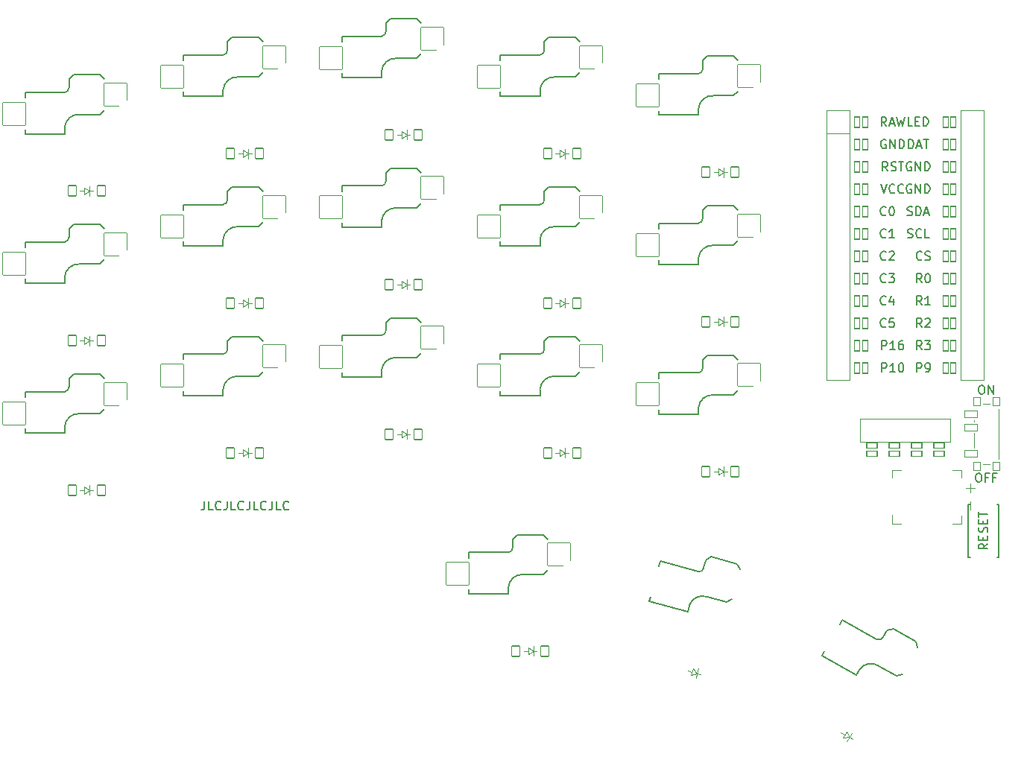
<source format=gbr>
%TF.GenerationSoftware,KiCad,Pcbnew,8.0.1*%
%TF.CreationDate,2024-12-01T01:33:27+09:00*%
%TF.ProjectId,corney_island_wireless_autorouted,636f726e-6579-45f6-9973-6c616e645f77,0.2*%
%TF.SameCoordinates,Original*%
%TF.FileFunction,Legend,Top*%
%TF.FilePolarity,Positive*%
%FSLAX46Y46*%
G04 Gerber Fmt 4.6, Leading zero omitted, Abs format (unit mm)*
G04 Created by KiCad (PCBNEW 8.0.1) date 2024-12-01 01:33:27*
%MOMM*%
%LPD*%
G01*
G04 APERTURE LIST*
G04 Aperture macros list*
%AMRoundRect*
0 Rectangle with rounded corners*
0 $1 Rounding radius*
0 $2 $3 $4 $5 $6 $7 $8 $9 X,Y pos of 4 corners*
0 Add a 4 corners polygon primitive as box body*
4,1,4,$2,$3,$4,$5,$6,$7,$8,$9,$2,$3,0*
0 Add four circle primitives for the rounded corners*
1,1,$1+$1,$2,$3*
1,1,$1+$1,$4,$5*
1,1,$1+$1,$6,$7*
1,1,$1+$1,$8,$9*
0 Add four rect primitives between the rounded corners*
20,1,$1+$1,$2,$3,$4,$5,0*
20,1,$1+$1,$4,$5,$6,$7,0*
20,1,$1+$1,$6,$7,$8,$9,0*
20,1,$1+$1,$8,$9,$2,$3,0*%
%AMFreePoly0*
4,1,16,0.635355,0.285355,0.650000,0.250000,0.650000,-1.000000,0.635355,-1.035355,0.600000,-1.050000,0.564645,-1.035355,0.000000,-0.470710,-0.564645,-1.035355,-0.600000,-1.050000,-0.635355,-1.035355,-0.650000,-1.000000,-0.650000,0.250000,-0.635355,0.285355,-0.600000,0.300000,0.600000,0.300000,0.635355,0.285355,0.635355,0.285355,$1*%
%AMFreePoly1*
4,1,14,0.035355,0.435355,0.635355,-0.164645,0.650000,-0.200000,0.650000,-0.400000,0.635355,-0.435355,0.600000,-0.450000,-0.600000,-0.450000,-0.635355,-0.435355,-0.650000,-0.400000,-0.650000,-0.200000,-0.635355,-0.164645,-0.035355,0.435355,0.000000,0.450000,0.035355,0.435355,0.035355,0.435355,$1*%
G04 Aperture macros list end*
%ADD10C,0.150000*%
%ADD11C,0.100000*%
%ADD12C,0.120000*%
%ADD13C,2.000000*%
%ADD14C,2.100000*%
%ADD15RoundRect,0.050000X0.450000X0.600000X-0.450000X0.600000X-0.450000X-0.600000X0.450000X-0.600000X0*%
%ADD16C,4.400000*%
%ADD17C,3.100000*%
%ADD18C,3.500000*%
%ADD19RoundRect,0.050000X-1.300000X-1.300000X1.300000X-1.300000X1.300000X1.300000X-1.300000X1.300000X0*%
%ADD20C,1.800000*%
%ADD21RoundRect,0.050000X-0.300000X-0.600000X0.300000X-0.600000X0.300000X0.600000X-0.300000X0.600000X0*%
%ADD22C,0.900000*%
%ADD23RoundRect,0.050000X-1.775833X-0.475833X0.475833X-1.775833X1.775833X0.475833X-0.475833X1.775833X0*%
%ADD24RoundRect,0.050000X0.400000X-0.500000X0.400000X0.500000X-0.400000X0.500000X-0.400000X-0.500000X0*%
%ADD25C,1.000000*%
%ADD26RoundRect,0.050000X0.750000X-0.350000X0.750000X0.350000X-0.750000X0.350000X-0.750000X-0.350000X0*%
%ADD27RoundRect,0.050000X0.689711X0.294615X-0.089711X0.744615X-0.689711X-0.294615X0.089711X-0.744615X0*%
%ADD28RoundRect,0.050000X0.589958X0.463087X-0.279375X0.696024X-0.589958X-0.463087X0.279375X-0.696024X0*%
%ADD29RoundRect,0.050000X-1.592168X-0.919239X0.919239X-1.592168X1.592168X0.919239X-0.919239X1.592168X0*%
%ADD30C,2.300000*%
%ADD31FreePoly0,270.000000*%
%ADD32O,1.850000X1.300000*%
%ADD33FreePoly1,270.000000*%
%ADD34O,1.800000X1.800000*%
%ADD35RoundRect,0.050000X0.600000X-0.300000X0.600000X0.300000X-0.600000X0.300000X-0.600000X-0.300000X0*%
G04 APERTURE END LIST*
D10*
X113380951Y-106254819D02*
X113380951Y-106969104D01*
X113380951Y-106969104D02*
X113333332Y-107111961D01*
X113333332Y-107111961D02*
X113238094Y-107207200D01*
X113238094Y-107207200D02*
X113095237Y-107254819D01*
X113095237Y-107254819D02*
X112999999Y-107254819D01*
X114333332Y-107254819D02*
X113857142Y-107254819D01*
X113857142Y-107254819D02*
X113857142Y-106254819D01*
X115238094Y-107159580D02*
X115190475Y-107207200D01*
X115190475Y-107207200D02*
X115047618Y-107254819D01*
X115047618Y-107254819D02*
X114952380Y-107254819D01*
X114952380Y-107254819D02*
X114809523Y-107207200D01*
X114809523Y-107207200D02*
X114714285Y-107111961D01*
X114714285Y-107111961D02*
X114666666Y-107016723D01*
X114666666Y-107016723D02*
X114619047Y-106826247D01*
X114619047Y-106826247D02*
X114619047Y-106683390D01*
X114619047Y-106683390D02*
X114666666Y-106492914D01*
X114666666Y-106492914D02*
X114714285Y-106397676D01*
X114714285Y-106397676D02*
X114809523Y-106302438D01*
X114809523Y-106302438D02*
X114952380Y-106254819D01*
X114952380Y-106254819D02*
X115047618Y-106254819D01*
X115047618Y-106254819D02*
X115190475Y-106302438D01*
X115190475Y-106302438D02*
X115238094Y-106350057D01*
X115952380Y-106254819D02*
X115952380Y-106969104D01*
X115952380Y-106969104D02*
X115904761Y-107111961D01*
X115904761Y-107111961D02*
X115809523Y-107207200D01*
X115809523Y-107207200D02*
X115666666Y-107254819D01*
X115666666Y-107254819D02*
X115571428Y-107254819D01*
X116904761Y-107254819D02*
X116428571Y-107254819D01*
X116428571Y-107254819D02*
X116428571Y-106254819D01*
X117809523Y-107159580D02*
X117761904Y-107207200D01*
X117761904Y-107207200D02*
X117619047Y-107254819D01*
X117619047Y-107254819D02*
X117523809Y-107254819D01*
X117523809Y-107254819D02*
X117380952Y-107207200D01*
X117380952Y-107207200D02*
X117285714Y-107111961D01*
X117285714Y-107111961D02*
X117238095Y-107016723D01*
X117238095Y-107016723D02*
X117190476Y-106826247D01*
X117190476Y-106826247D02*
X117190476Y-106683390D01*
X117190476Y-106683390D02*
X117238095Y-106492914D01*
X117238095Y-106492914D02*
X117285714Y-106397676D01*
X117285714Y-106397676D02*
X117380952Y-106302438D01*
X117380952Y-106302438D02*
X117523809Y-106254819D01*
X117523809Y-106254819D02*
X117619047Y-106254819D01*
X117619047Y-106254819D02*
X117761904Y-106302438D01*
X117761904Y-106302438D02*
X117809523Y-106350057D01*
X118523809Y-106254819D02*
X118523809Y-106969104D01*
X118523809Y-106969104D02*
X118476190Y-107111961D01*
X118476190Y-107111961D02*
X118380952Y-107207200D01*
X118380952Y-107207200D02*
X118238095Y-107254819D01*
X118238095Y-107254819D02*
X118142857Y-107254819D01*
X119476190Y-107254819D02*
X119000000Y-107254819D01*
X119000000Y-107254819D02*
X119000000Y-106254819D01*
X120380952Y-107159580D02*
X120333333Y-107207200D01*
X120333333Y-107207200D02*
X120190476Y-107254819D01*
X120190476Y-107254819D02*
X120095238Y-107254819D01*
X120095238Y-107254819D02*
X119952381Y-107207200D01*
X119952381Y-107207200D02*
X119857143Y-107111961D01*
X119857143Y-107111961D02*
X119809524Y-107016723D01*
X119809524Y-107016723D02*
X119761905Y-106826247D01*
X119761905Y-106826247D02*
X119761905Y-106683390D01*
X119761905Y-106683390D02*
X119809524Y-106492914D01*
X119809524Y-106492914D02*
X119857143Y-106397676D01*
X119857143Y-106397676D02*
X119952381Y-106302438D01*
X119952381Y-106302438D02*
X120095238Y-106254819D01*
X120095238Y-106254819D02*
X120190476Y-106254819D01*
X120190476Y-106254819D02*
X120333333Y-106302438D01*
X120333333Y-106302438D02*
X120380952Y-106350057D01*
X121095238Y-106254819D02*
X121095238Y-106969104D01*
X121095238Y-106969104D02*
X121047619Y-107111961D01*
X121047619Y-107111961D02*
X120952381Y-107207200D01*
X120952381Y-107207200D02*
X120809524Y-107254819D01*
X120809524Y-107254819D02*
X120714286Y-107254819D01*
X122047619Y-107254819D02*
X121571429Y-107254819D01*
X121571429Y-107254819D02*
X121571429Y-106254819D01*
X122952381Y-107159580D02*
X122904762Y-107207200D01*
X122904762Y-107207200D02*
X122761905Y-107254819D01*
X122761905Y-107254819D02*
X122666667Y-107254819D01*
X122666667Y-107254819D02*
X122523810Y-107207200D01*
X122523810Y-107207200D02*
X122428572Y-107111961D01*
X122428572Y-107111961D02*
X122380953Y-107016723D01*
X122380953Y-107016723D02*
X122333334Y-106826247D01*
X122333334Y-106826247D02*
X122333334Y-106683390D01*
X122333334Y-106683390D02*
X122380953Y-106492914D01*
X122380953Y-106492914D02*
X122428572Y-106397676D01*
X122428572Y-106397676D02*
X122523810Y-106302438D01*
X122523810Y-106302438D02*
X122666667Y-106254819D01*
X122666667Y-106254819D02*
X122761905Y-106254819D01*
X122761905Y-106254819D02*
X122904762Y-106302438D01*
X122904762Y-106302438D02*
X122952381Y-106350057D01*
X202354819Y-111077381D02*
X201878628Y-111410714D01*
X202354819Y-111648809D02*
X201354819Y-111648809D01*
X201354819Y-111648809D02*
X201354819Y-111267857D01*
X201354819Y-111267857D02*
X201402438Y-111172619D01*
X201402438Y-111172619D02*
X201450057Y-111125000D01*
X201450057Y-111125000D02*
X201545295Y-111077381D01*
X201545295Y-111077381D02*
X201688152Y-111077381D01*
X201688152Y-111077381D02*
X201783390Y-111125000D01*
X201783390Y-111125000D02*
X201831009Y-111172619D01*
X201831009Y-111172619D02*
X201878628Y-111267857D01*
X201878628Y-111267857D02*
X201878628Y-111648809D01*
X201831009Y-110648809D02*
X201831009Y-110315476D01*
X202354819Y-110172619D02*
X202354819Y-110648809D01*
X202354819Y-110648809D02*
X201354819Y-110648809D01*
X201354819Y-110648809D02*
X201354819Y-110172619D01*
X202307200Y-109791666D02*
X202354819Y-109648809D01*
X202354819Y-109648809D02*
X202354819Y-109410714D01*
X202354819Y-109410714D02*
X202307200Y-109315476D01*
X202307200Y-109315476D02*
X202259580Y-109267857D01*
X202259580Y-109267857D02*
X202164342Y-109220238D01*
X202164342Y-109220238D02*
X202069104Y-109220238D01*
X202069104Y-109220238D02*
X201973866Y-109267857D01*
X201973866Y-109267857D02*
X201926247Y-109315476D01*
X201926247Y-109315476D02*
X201878628Y-109410714D01*
X201878628Y-109410714D02*
X201831009Y-109601190D01*
X201831009Y-109601190D02*
X201783390Y-109696428D01*
X201783390Y-109696428D02*
X201735771Y-109744047D01*
X201735771Y-109744047D02*
X201640533Y-109791666D01*
X201640533Y-109791666D02*
X201545295Y-109791666D01*
X201545295Y-109791666D02*
X201450057Y-109744047D01*
X201450057Y-109744047D02*
X201402438Y-109696428D01*
X201402438Y-109696428D02*
X201354819Y-109601190D01*
X201354819Y-109601190D02*
X201354819Y-109363095D01*
X201354819Y-109363095D02*
X201402438Y-109220238D01*
X201831009Y-108791666D02*
X201831009Y-108458333D01*
X202354819Y-108315476D02*
X202354819Y-108791666D01*
X202354819Y-108791666D02*
X201354819Y-108791666D01*
X201354819Y-108791666D02*
X201354819Y-108315476D01*
X201354819Y-108029761D02*
X201354819Y-107458333D01*
X202354819Y-107744047D02*
X201354819Y-107744047D01*
X194873333Y-83944819D02*
X194540000Y-83468628D01*
X194301905Y-83944819D02*
X194301905Y-82944819D01*
X194301905Y-82944819D02*
X194682857Y-82944819D01*
X194682857Y-82944819D02*
X194778095Y-82992438D01*
X194778095Y-82992438D02*
X194825714Y-83040057D01*
X194825714Y-83040057D02*
X194873333Y-83135295D01*
X194873333Y-83135295D02*
X194873333Y-83278152D01*
X194873333Y-83278152D02*
X194825714Y-83373390D01*
X194825714Y-83373390D02*
X194778095Y-83421009D01*
X194778095Y-83421009D02*
X194682857Y-83468628D01*
X194682857Y-83468628D02*
X194301905Y-83468628D01*
X195825714Y-83944819D02*
X195254286Y-83944819D01*
X195540000Y-83944819D02*
X195540000Y-82944819D01*
X195540000Y-82944819D02*
X195444762Y-83087676D01*
X195444762Y-83087676D02*
X195349524Y-83182914D01*
X195349524Y-83182914D02*
X195254286Y-83230533D01*
X190216667Y-70244819D02*
X190550000Y-71244819D01*
X190550000Y-71244819D02*
X190883333Y-70244819D01*
X191788095Y-71149580D02*
X191740476Y-71197200D01*
X191740476Y-71197200D02*
X191597619Y-71244819D01*
X191597619Y-71244819D02*
X191502381Y-71244819D01*
X191502381Y-71244819D02*
X191359524Y-71197200D01*
X191359524Y-71197200D02*
X191264286Y-71101961D01*
X191264286Y-71101961D02*
X191216667Y-71006723D01*
X191216667Y-71006723D02*
X191169048Y-70816247D01*
X191169048Y-70816247D02*
X191169048Y-70673390D01*
X191169048Y-70673390D02*
X191216667Y-70482914D01*
X191216667Y-70482914D02*
X191264286Y-70387676D01*
X191264286Y-70387676D02*
X191359524Y-70292438D01*
X191359524Y-70292438D02*
X191502381Y-70244819D01*
X191502381Y-70244819D02*
X191597619Y-70244819D01*
X191597619Y-70244819D02*
X191740476Y-70292438D01*
X191740476Y-70292438D02*
X191788095Y-70340057D01*
X192788095Y-71149580D02*
X192740476Y-71197200D01*
X192740476Y-71197200D02*
X192597619Y-71244819D01*
X192597619Y-71244819D02*
X192502381Y-71244819D01*
X192502381Y-71244819D02*
X192359524Y-71197200D01*
X192359524Y-71197200D02*
X192264286Y-71101961D01*
X192264286Y-71101961D02*
X192216667Y-71006723D01*
X192216667Y-71006723D02*
X192169048Y-70816247D01*
X192169048Y-70816247D02*
X192169048Y-70673390D01*
X192169048Y-70673390D02*
X192216667Y-70482914D01*
X192216667Y-70482914D02*
X192264286Y-70387676D01*
X192264286Y-70387676D02*
X192359524Y-70292438D01*
X192359524Y-70292438D02*
X192502381Y-70244819D01*
X192502381Y-70244819D02*
X192597619Y-70244819D01*
X192597619Y-70244819D02*
X192740476Y-70292438D01*
X192740476Y-70292438D02*
X192788095Y-70340057D01*
X193688095Y-67752438D02*
X193592857Y-67704819D01*
X193592857Y-67704819D02*
X193450000Y-67704819D01*
X193450000Y-67704819D02*
X193307143Y-67752438D01*
X193307143Y-67752438D02*
X193211905Y-67847676D01*
X193211905Y-67847676D02*
X193164286Y-67942914D01*
X193164286Y-67942914D02*
X193116667Y-68133390D01*
X193116667Y-68133390D02*
X193116667Y-68276247D01*
X193116667Y-68276247D02*
X193164286Y-68466723D01*
X193164286Y-68466723D02*
X193211905Y-68561961D01*
X193211905Y-68561961D02*
X193307143Y-68657200D01*
X193307143Y-68657200D02*
X193450000Y-68704819D01*
X193450000Y-68704819D02*
X193545238Y-68704819D01*
X193545238Y-68704819D02*
X193688095Y-68657200D01*
X193688095Y-68657200D02*
X193735714Y-68609580D01*
X193735714Y-68609580D02*
X193735714Y-68276247D01*
X193735714Y-68276247D02*
X193545238Y-68276247D01*
X194164286Y-68704819D02*
X194164286Y-67704819D01*
X194164286Y-67704819D02*
X194735714Y-68704819D01*
X194735714Y-68704819D02*
X194735714Y-67704819D01*
X195211905Y-68704819D02*
X195211905Y-67704819D01*
X195211905Y-67704819D02*
X195450000Y-67704819D01*
X195450000Y-67704819D02*
X195592857Y-67752438D01*
X195592857Y-67752438D02*
X195688095Y-67847676D01*
X195688095Y-67847676D02*
X195735714Y-67942914D01*
X195735714Y-67942914D02*
X195783333Y-68133390D01*
X195783333Y-68133390D02*
X195783333Y-68276247D01*
X195783333Y-68276247D02*
X195735714Y-68466723D01*
X195735714Y-68466723D02*
X195688095Y-68561961D01*
X195688095Y-68561961D02*
X195592857Y-68657200D01*
X195592857Y-68657200D02*
X195450000Y-68704819D01*
X195450000Y-68704819D02*
X195211905Y-68704819D01*
X190793333Y-78769580D02*
X190745714Y-78817200D01*
X190745714Y-78817200D02*
X190602857Y-78864819D01*
X190602857Y-78864819D02*
X190507619Y-78864819D01*
X190507619Y-78864819D02*
X190364762Y-78817200D01*
X190364762Y-78817200D02*
X190269524Y-78721961D01*
X190269524Y-78721961D02*
X190221905Y-78626723D01*
X190221905Y-78626723D02*
X190174286Y-78436247D01*
X190174286Y-78436247D02*
X190174286Y-78293390D01*
X190174286Y-78293390D02*
X190221905Y-78102914D01*
X190221905Y-78102914D02*
X190269524Y-78007676D01*
X190269524Y-78007676D02*
X190364762Y-77912438D01*
X190364762Y-77912438D02*
X190507619Y-77864819D01*
X190507619Y-77864819D02*
X190602857Y-77864819D01*
X190602857Y-77864819D02*
X190745714Y-77912438D01*
X190745714Y-77912438D02*
X190793333Y-77960057D01*
X191174286Y-77960057D02*
X191221905Y-77912438D01*
X191221905Y-77912438D02*
X191317143Y-77864819D01*
X191317143Y-77864819D02*
X191555238Y-77864819D01*
X191555238Y-77864819D02*
X191650476Y-77912438D01*
X191650476Y-77912438D02*
X191698095Y-77960057D01*
X191698095Y-77960057D02*
X191745714Y-78055295D01*
X191745714Y-78055295D02*
X191745714Y-78150533D01*
X191745714Y-78150533D02*
X191698095Y-78293390D01*
X191698095Y-78293390D02*
X191126667Y-78864819D01*
X191126667Y-78864819D02*
X191745714Y-78864819D01*
X190335714Y-91564819D02*
X190335714Y-90564819D01*
X190335714Y-90564819D02*
X190716666Y-90564819D01*
X190716666Y-90564819D02*
X190811904Y-90612438D01*
X190811904Y-90612438D02*
X190859523Y-90660057D01*
X190859523Y-90660057D02*
X190907142Y-90755295D01*
X190907142Y-90755295D02*
X190907142Y-90898152D01*
X190907142Y-90898152D02*
X190859523Y-90993390D01*
X190859523Y-90993390D02*
X190811904Y-91041009D01*
X190811904Y-91041009D02*
X190716666Y-91088628D01*
X190716666Y-91088628D02*
X190335714Y-91088628D01*
X191859523Y-91564819D02*
X191288095Y-91564819D01*
X191573809Y-91564819D02*
X191573809Y-90564819D01*
X191573809Y-90564819D02*
X191478571Y-90707676D01*
X191478571Y-90707676D02*
X191383333Y-90802914D01*
X191383333Y-90802914D02*
X191288095Y-90850533D01*
X192478571Y-90564819D02*
X192573809Y-90564819D01*
X192573809Y-90564819D02*
X192669047Y-90612438D01*
X192669047Y-90612438D02*
X192716666Y-90660057D01*
X192716666Y-90660057D02*
X192764285Y-90755295D01*
X192764285Y-90755295D02*
X192811904Y-90945771D01*
X192811904Y-90945771D02*
X192811904Y-91183866D01*
X192811904Y-91183866D02*
X192764285Y-91374342D01*
X192764285Y-91374342D02*
X192716666Y-91469580D01*
X192716666Y-91469580D02*
X192669047Y-91517200D01*
X192669047Y-91517200D02*
X192573809Y-91564819D01*
X192573809Y-91564819D02*
X192478571Y-91564819D01*
X192478571Y-91564819D02*
X192383333Y-91517200D01*
X192383333Y-91517200D02*
X192335714Y-91469580D01*
X192335714Y-91469580D02*
X192288095Y-91374342D01*
X192288095Y-91374342D02*
X192240476Y-91183866D01*
X192240476Y-91183866D02*
X192240476Y-90945771D01*
X192240476Y-90945771D02*
X192288095Y-90755295D01*
X192288095Y-90755295D02*
X192335714Y-90660057D01*
X192335714Y-90660057D02*
X192383333Y-90612438D01*
X192383333Y-90612438D02*
X192478571Y-90564819D01*
X194873333Y-81404819D02*
X194540000Y-80928628D01*
X194301905Y-81404819D02*
X194301905Y-80404819D01*
X194301905Y-80404819D02*
X194682857Y-80404819D01*
X194682857Y-80404819D02*
X194778095Y-80452438D01*
X194778095Y-80452438D02*
X194825714Y-80500057D01*
X194825714Y-80500057D02*
X194873333Y-80595295D01*
X194873333Y-80595295D02*
X194873333Y-80738152D01*
X194873333Y-80738152D02*
X194825714Y-80833390D01*
X194825714Y-80833390D02*
X194778095Y-80881009D01*
X194778095Y-80881009D02*
X194682857Y-80928628D01*
X194682857Y-80928628D02*
X194301905Y-80928628D01*
X195492381Y-80404819D02*
X195587619Y-80404819D01*
X195587619Y-80404819D02*
X195682857Y-80452438D01*
X195682857Y-80452438D02*
X195730476Y-80500057D01*
X195730476Y-80500057D02*
X195778095Y-80595295D01*
X195778095Y-80595295D02*
X195825714Y-80785771D01*
X195825714Y-80785771D02*
X195825714Y-81023866D01*
X195825714Y-81023866D02*
X195778095Y-81214342D01*
X195778095Y-81214342D02*
X195730476Y-81309580D01*
X195730476Y-81309580D02*
X195682857Y-81357200D01*
X195682857Y-81357200D02*
X195587619Y-81404819D01*
X195587619Y-81404819D02*
X195492381Y-81404819D01*
X195492381Y-81404819D02*
X195397143Y-81357200D01*
X195397143Y-81357200D02*
X195349524Y-81309580D01*
X195349524Y-81309580D02*
X195301905Y-81214342D01*
X195301905Y-81214342D02*
X195254286Y-81023866D01*
X195254286Y-81023866D02*
X195254286Y-80785771D01*
X195254286Y-80785771D02*
X195301905Y-80595295D01*
X195301905Y-80595295D02*
X195349524Y-80500057D01*
X195349524Y-80500057D02*
X195397143Y-80452438D01*
X195397143Y-80452438D02*
X195492381Y-80404819D01*
X190335714Y-89024819D02*
X190335714Y-88024819D01*
X190335714Y-88024819D02*
X190716666Y-88024819D01*
X190716666Y-88024819D02*
X190811904Y-88072438D01*
X190811904Y-88072438D02*
X190859523Y-88120057D01*
X190859523Y-88120057D02*
X190907142Y-88215295D01*
X190907142Y-88215295D02*
X190907142Y-88358152D01*
X190907142Y-88358152D02*
X190859523Y-88453390D01*
X190859523Y-88453390D02*
X190811904Y-88501009D01*
X190811904Y-88501009D02*
X190716666Y-88548628D01*
X190716666Y-88548628D02*
X190335714Y-88548628D01*
X191859523Y-89024819D02*
X191288095Y-89024819D01*
X191573809Y-89024819D02*
X191573809Y-88024819D01*
X191573809Y-88024819D02*
X191478571Y-88167676D01*
X191478571Y-88167676D02*
X191383333Y-88262914D01*
X191383333Y-88262914D02*
X191288095Y-88310533D01*
X192716666Y-88024819D02*
X192526190Y-88024819D01*
X192526190Y-88024819D02*
X192430952Y-88072438D01*
X192430952Y-88072438D02*
X192383333Y-88120057D01*
X192383333Y-88120057D02*
X192288095Y-88262914D01*
X192288095Y-88262914D02*
X192240476Y-88453390D01*
X192240476Y-88453390D02*
X192240476Y-88834342D01*
X192240476Y-88834342D02*
X192288095Y-88929580D01*
X192288095Y-88929580D02*
X192335714Y-88977200D01*
X192335714Y-88977200D02*
X192430952Y-89024819D01*
X192430952Y-89024819D02*
X192621428Y-89024819D01*
X192621428Y-89024819D02*
X192716666Y-88977200D01*
X192716666Y-88977200D02*
X192764285Y-88929580D01*
X192764285Y-88929580D02*
X192811904Y-88834342D01*
X192811904Y-88834342D02*
X192811904Y-88596247D01*
X192811904Y-88596247D02*
X192764285Y-88501009D01*
X192764285Y-88501009D02*
X192716666Y-88453390D01*
X192716666Y-88453390D02*
X192621428Y-88405771D01*
X192621428Y-88405771D02*
X192430952Y-88405771D01*
X192430952Y-88405771D02*
X192335714Y-88453390D01*
X192335714Y-88453390D02*
X192288095Y-88501009D01*
X192288095Y-88501009D02*
X192240476Y-88596247D01*
X194873333Y-89024819D02*
X194540000Y-88548628D01*
X194301905Y-89024819D02*
X194301905Y-88024819D01*
X194301905Y-88024819D02*
X194682857Y-88024819D01*
X194682857Y-88024819D02*
X194778095Y-88072438D01*
X194778095Y-88072438D02*
X194825714Y-88120057D01*
X194825714Y-88120057D02*
X194873333Y-88215295D01*
X194873333Y-88215295D02*
X194873333Y-88358152D01*
X194873333Y-88358152D02*
X194825714Y-88453390D01*
X194825714Y-88453390D02*
X194778095Y-88501009D01*
X194778095Y-88501009D02*
X194682857Y-88548628D01*
X194682857Y-88548628D02*
X194301905Y-88548628D01*
X195206667Y-88024819D02*
X195825714Y-88024819D01*
X195825714Y-88024819D02*
X195492381Y-88405771D01*
X195492381Y-88405771D02*
X195635238Y-88405771D01*
X195635238Y-88405771D02*
X195730476Y-88453390D01*
X195730476Y-88453390D02*
X195778095Y-88501009D01*
X195778095Y-88501009D02*
X195825714Y-88596247D01*
X195825714Y-88596247D02*
X195825714Y-88834342D01*
X195825714Y-88834342D02*
X195778095Y-88929580D01*
X195778095Y-88929580D02*
X195730476Y-88977200D01*
X195730476Y-88977200D02*
X195635238Y-89024819D01*
X195635238Y-89024819D02*
X195349524Y-89024819D01*
X195349524Y-89024819D02*
X195254286Y-88977200D01*
X195254286Y-88977200D02*
X195206667Y-88929580D01*
X191002380Y-68704819D02*
X190669047Y-68228628D01*
X190430952Y-68704819D02*
X190430952Y-67704819D01*
X190430952Y-67704819D02*
X190811904Y-67704819D01*
X190811904Y-67704819D02*
X190907142Y-67752438D01*
X190907142Y-67752438D02*
X190954761Y-67800057D01*
X190954761Y-67800057D02*
X191002380Y-67895295D01*
X191002380Y-67895295D02*
X191002380Y-68038152D01*
X191002380Y-68038152D02*
X190954761Y-68133390D01*
X190954761Y-68133390D02*
X190907142Y-68181009D01*
X190907142Y-68181009D02*
X190811904Y-68228628D01*
X190811904Y-68228628D02*
X190430952Y-68228628D01*
X191383333Y-68657200D02*
X191526190Y-68704819D01*
X191526190Y-68704819D02*
X191764285Y-68704819D01*
X191764285Y-68704819D02*
X191859523Y-68657200D01*
X191859523Y-68657200D02*
X191907142Y-68609580D01*
X191907142Y-68609580D02*
X191954761Y-68514342D01*
X191954761Y-68514342D02*
X191954761Y-68419104D01*
X191954761Y-68419104D02*
X191907142Y-68323866D01*
X191907142Y-68323866D02*
X191859523Y-68276247D01*
X191859523Y-68276247D02*
X191764285Y-68228628D01*
X191764285Y-68228628D02*
X191573809Y-68181009D01*
X191573809Y-68181009D02*
X191478571Y-68133390D01*
X191478571Y-68133390D02*
X191430952Y-68085771D01*
X191430952Y-68085771D02*
X191383333Y-67990533D01*
X191383333Y-67990533D02*
X191383333Y-67895295D01*
X191383333Y-67895295D02*
X191430952Y-67800057D01*
X191430952Y-67800057D02*
X191478571Y-67752438D01*
X191478571Y-67752438D02*
X191573809Y-67704819D01*
X191573809Y-67704819D02*
X191811904Y-67704819D01*
X191811904Y-67704819D02*
X191954761Y-67752438D01*
X192240476Y-67704819D02*
X192811904Y-67704819D01*
X192526190Y-68704819D02*
X192526190Y-67704819D01*
X193235714Y-73737200D02*
X193378571Y-73784819D01*
X193378571Y-73784819D02*
X193616666Y-73784819D01*
X193616666Y-73784819D02*
X193711904Y-73737200D01*
X193711904Y-73737200D02*
X193759523Y-73689580D01*
X193759523Y-73689580D02*
X193807142Y-73594342D01*
X193807142Y-73594342D02*
X193807142Y-73499104D01*
X193807142Y-73499104D02*
X193759523Y-73403866D01*
X193759523Y-73403866D02*
X193711904Y-73356247D01*
X193711904Y-73356247D02*
X193616666Y-73308628D01*
X193616666Y-73308628D02*
X193426190Y-73261009D01*
X193426190Y-73261009D02*
X193330952Y-73213390D01*
X193330952Y-73213390D02*
X193283333Y-73165771D01*
X193283333Y-73165771D02*
X193235714Y-73070533D01*
X193235714Y-73070533D02*
X193235714Y-72975295D01*
X193235714Y-72975295D02*
X193283333Y-72880057D01*
X193283333Y-72880057D02*
X193330952Y-72832438D01*
X193330952Y-72832438D02*
X193426190Y-72784819D01*
X193426190Y-72784819D02*
X193664285Y-72784819D01*
X193664285Y-72784819D02*
X193807142Y-72832438D01*
X194235714Y-73784819D02*
X194235714Y-72784819D01*
X194235714Y-72784819D02*
X194473809Y-72784819D01*
X194473809Y-72784819D02*
X194616666Y-72832438D01*
X194616666Y-72832438D02*
X194711904Y-72927676D01*
X194711904Y-72927676D02*
X194759523Y-73022914D01*
X194759523Y-73022914D02*
X194807142Y-73213390D01*
X194807142Y-73213390D02*
X194807142Y-73356247D01*
X194807142Y-73356247D02*
X194759523Y-73546723D01*
X194759523Y-73546723D02*
X194711904Y-73641961D01*
X194711904Y-73641961D02*
X194616666Y-73737200D01*
X194616666Y-73737200D02*
X194473809Y-73784819D01*
X194473809Y-73784819D02*
X194235714Y-73784819D01*
X195188095Y-73499104D02*
X195664285Y-73499104D01*
X195092857Y-73784819D02*
X195426190Y-72784819D01*
X195426190Y-72784819D02*
X195759523Y-73784819D01*
X190793333Y-81309580D02*
X190745714Y-81357200D01*
X190745714Y-81357200D02*
X190602857Y-81404819D01*
X190602857Y-81404819D02*
X190507619Y-81404819D01*
X190507619Y-81404819D02*
X190364762Y-81357200D01*
X190364762Y-81357200D02*
X190269524Y-81261961D01*
X190269524Y-81261961D02*
X190221905Y-81166723D01*
X190221905Y-81166723D02*
X190174286Y-80976247D01*
X190174286Y-80976247D02*
X190174286Y-80833390D01*
X190174286Y-80833390D02*
X190221905Y-80642914D01*
X190221905Y-80642914D02*
X190269524Y-80547676D01*
X190269524Y-80547676D02*
X190364762Y-80452438D01*
X190364762Y-80452438D02*
X190507619Y-80404819D01*
X190507619Y-80404819D02*
X190602857Y-80404819D01*
X190602857Y-80404819D02*
X190745714Y-80452438D01*
X190745714Y-80452438D02*
X190793333Y-80500057D01*
X191126667Y-80404819D02*
X191745714Y-80404819D01*
X191745714Y-80404819D02*
X191412381Y-80785771D01*
X191412381Y-80785771D02*
X191555238Y-80785771D01*
X191555238Y-80785771D02*
X191650476Y-80833390D01*
X191650476Y-80833390D02*
X191698095Y-80881009D01*
X191698095Y-80881009D02*
X191745714Y-80976247D01*
X191745714Y-80976247D02*
X191745714Y-81214342D01*
X191745714Y-81214342D02*
X191698095Y-81309580D01*
X191698095Y-81309580D02*
X191650476Y-81357200D01*
X191650476Y-81357200D02*
X191555238Y-81404819D01*
X191555238Y-81404819D02*
X191269524Y-81404819D01*
X191269524Y-81404819D02*
X191174286Y-81357200D01*
X191174286Y-81357200D02*
X191126667Y-81309580D01*
X190793333Y-86389580D02*
X190745714Y-86437200D01*
X190745714Y-86437200D02*
X190602857Y-86484819D01*
X190602857Y-86484819D02*
X190507619Y-86484819D01*
X190507619Y-86484819D02*
X190364762Y-86437200D01*
X190364762Y-86437200D02*
X190269524Y-86341961D01*
X190269524Y-86341961D02*
X190221905Y-86246723D01*
X190221905Y-86246723D02*
X190174286Y-86056247D01*
X190174286Y-86056247D02*
X190174286Y-85913390D01*
X190174286Y-85913390D02*
X190221905Y-85722914D01*
X190221905Y-85722914D02*
X190269524Y-85627676D01*
X190269524Y-85627676D02*
X190364762Y-85532438D01*
X190364762Y-85532438D02*
X190507619Y-85484819D01*
X190507619Y-85484819D02*
X190602857Y-85484819D01*
X190602857Y-85484819D02*
X190745714Y-85532438D01*
X190745714Y-85532438D02*
X190793333Y-85580057D01*
X191698095Y-85484819D02*
X191221905Y-85484819D01*
X191221905Y-85484819D02*
X191174286Y-85961009D01*
X191174286Y-85961009D02*
X191221905Y-85913390D01*
X191221905Y-85913390D02*
X191317143Y-85865771D01*
X191317143Y-85865771D02*
X191555238Y-85865771D01*
X191555238Y-85865771D02*
X191650476Y-85913390D01*
X191650476Y-85913390D02*
X191698095Y-85961009D01*
X191698095Y-85961009D02*
X191745714Y-86056247D01*
X191745714Y-86056247D02*
X191745714Y-86294342D01*
X191745714Y-86294342D02*
X191698095Y-86389580D01*
X191698095Y-86389580D02*
X191650476Y-86437200D01*
X191650476Y-86437200D02*
X191555238Y-86484819D01*
X191555238Y-86484819D02*
X191317143Y-86484819D01*
X191317143Y-86484819D02*
X191221905Y-86437200D01*
X191221905Y-86437200D02*
X191174286Y-86389580D01*
X190793333Y-73689580D02*
X190745714Y-73737200D01*
X190745714Y-73737200D02*
X190602857Y-73784819D01*
X190602857Y-73784819D02*
X190507619Y-73784819D01*
X190507619Y-73784819D02*
X190364762Y-73737200D01*
X190364762Y-73737200D02*
X190269524Y-73641961D01*
X190269524Y-73641961D02*
X190221905Y-73546723D01*
X190221905Y-73546723D02*
X190174286Y-73356247D01*
X190174286Y-73356247D02*
X190174286Y-73213390D01*
X190174286Y-73213390D02*
X190221905Y-73022914D01*
X190221905Y-73022914D02*
X190269524Y-72927676D01*
X190269524Y-72927676D02*
X190364762Y-72832438D01*
X190364762Y-72832438D02*
X190507619Y-72784819D01*
X190507619Y-72784819D02*
X190602857Y-72784819D01*
X190602857Y-72784819D02*
X190745714Y-72832438D01*
X190745714Y-72832438D02*
X190793333Y-72880057D01*
X191412381Y-72784819D02*
X191507619Y-72784819D01*
X191507619Y-72784819D02*
X191602857Y-72832438D01*
X191602857Y-72832438D02*
X191650476Y-72880057D01*
X191650476Y-72880057D02*
X191698095Y-72975295D01*
X191698095Y-72975295D02*
X191745714Y-73165771D01*
X191745714Y-73165771D02*
X191745714Y-73403866D01*
X191745714Y-73403866D02*
X191698095Y-73594342D01*
X191698095Y-73594342D02*
X191650476Y-73689580D01*
X191650476Y-73689580D02*
X191602857Y-73737200D01*
X191602857Y-73737200D02*
X191507619Y-73784819D01*
X191507619Y-73784819D02*
X191412381Y-73784819D01*
X191412381Y-73784819D02*
X191317143Y-73737200D01*
X191317143Y-73737200D02*
X191269524Y-73689580D01*
X191269524Y-73689580D02*
X191221905Y-73594342D01*
X191221905Y-73594342D02*
X191174286Y-73403866D01*
X191174286Y-73403866D02*
X191174286Y-73165771D01*
X191174286Y-73165771D02*
X191221905Y-72975295D01*
X191221905Y-72975295D02*
X191269524Y-72880057D01*
X191269524Y-72880057D02*
X191317143Y-72832438D01*
X191317143Y-72832438D02*
X191412381Y-72784819D01*
X190859523Y-63624819D02*
X190526190Y-63148628D01*
X190288095Y-63624819D02*
X190288095Y-62624819D01*
X190288095Y-62624819D02*
X190669047Y-62624819D01*
X190669047Y-62624819D02*
X190764285Y-62672438D01*
X190764285Y-62672438D02*
X190811904Y-62720057D01*
X190811904Y-62720057D02*
X190859523Y-62815295D01*
X190859523Y-62815295D02*
X190859523Y-62958152D01*
X190859523Y-62958152D02*
X190811904Y-63053390D01*
X190811904Y-63053390D02*
X190764285Y-63101009D01*
X190764285Y-63101009D02*
X190669047Y-63148628D01*
X190669047Y-63148628D02*
X190288095Y-63148628D01*
X191240476Y-63339104D02*
X191716666Y-63339104D01*
X191145238Y-63624819D02*
X191478571Y-62624819D01*
X191478571Y-62624819D02*
X191811904Y-63624819D01*
X192050000Y-62624819D02*
X192288095Y-63624819D01*
X192288095Y-63624819D02*
X192478571Y-62910533D01*
X192478571Y-62910533D02*
X192669047Y-63624819D01*
X192669047Y-63624819D02*
X192907143Y-62624819D01*
X193378571Y-66164819D02*
X193378571Y-65164819D01*
X193378571Y-65164819D02*
X193616666Y-65164819D01*
X193616666Y-65164819D02*
X193759523Y-65212438D01*
X193759523Y-65212438D02*
X193854761Y-65307676D01*
X193854761Y-65307676D02*
X193902380Y-65402914D01*
X193902380Y-65402914D02*
X193949999Y-65593390D01*
X193949999Y-65593390D02*
X193949999Y-65736247D01*
X193949999Y-65736247D02*
X193902380Y-65926723D01*
X193902380Y-65926723D02*
X193854761Y-66021961D01*
X193854761Y-66021961D02*
X193759523Y-66117200D01*
X193759523Y-66117200D02*
X193616666Y-66164819D01*
X193616666Y-66164819D02*
X193378571Y-66164819D01*
X194330952Y-65879104D02*
X194807142Y-65879104D01*
X194235714Y-66164819D02*
X194569047Y-65164819D01*
X194569047Y-65164819D02*
X194902380Y-66164819D01*
X195092857Y-65164819D02*
X195664285Y-65164819D01*
X195378571Y-66164819D02*
X195378571Y-65164819D01*
X190788095Y-65212438D02*
X190692857Y-65164819D01*
X190692857Y-65164819D02*
X190550000Y-65164819D01*
X190550000Y-65164819D02*
X190407143Y-65212438D01*
X190407143Y-65212438D02*
X190311905Y-65307676D01*
X190311905Y-65307676D02*
X190264286Y-65402914D01*
X190264286Y-65402914D02*
X190216667Y-65593390D01*
X190216667Y-65593390D02*
X190216667Y-65736247D01*
X190216667Y-65736247D02*
X190264286Y-65926723D01*
X190264286Y-65926723D02*
X190311905Y-66021961D01*
X190311905Y-66021961D02*
X190407143Y-66117200D01*
X190407143Y-66117200D02*
X190550000Y-66164819D01*
X190550000Y-66164819D02*
X190645238Y-66164819D01*
X190645238Y-66164819D02*
X190788095Y-66117200D01*
X190788095Y-66117200D02*
X190835714Y-66069580D01*
X190835714Y-66069580D02*
X190835714Y-65736247D01*
X190835714Y-65736247D02*
X190645238Y-65736247D01*
X191264286Y-66164819D02*
X191264286Y-65164819D01*
X191264286Y-65164819D02*
X191835714Y-66164819D01*
X191835714Y-66164819D02*
X191835714Y-65164819D01*
X192311905Y-66164819D02*
X192311905Y-65164819D01*
X192311905Y-65164819D02*
X192550000Y-65164819D01*
X192550000Y-65164819D02*
X192692857Y-65212438D01*
X192692857Y-65212438D02*
X192788095Y-65307676D01*
X192788095Y-65307676D02*
X192835714Y-65402914D01*
X192835714Y-65402914D02*
X192883333Y-65593390D01*
X192883333Y-65593390D02*
X192883333Y-65736247D01*
X192883333Y-65736247D02*
X192835714Y-65926723D01*
X192835714Y-65926723D02*
X192788095Y-66021961D01*
X192788095Y-66021961D02*
X192692857Y-66117200D01*
X192692857Y-66117200D02*
X192550000Y-66164819D01*
X192550000Y-66164819D02*
X192311905Y-66164819D01*
X193807142Y-63624819D02*
X193330952Y-63624819D01*
X193330952Y-63624819D02*
X193330952Y-62624819D01*
X194140476Y-63101009D02*
X194473809Y-63101009D01*
X194616666Y-63624819D02*
X194140476Y-63624819D01*
X194140476Y-63624819D02*
X194140476Y-62624819D01*
X194140476Y-62624819D02*
X194616666Y-62624819D01*
X195045238Y-63624819D02*
X195045238Y-62624819D01*
X195045238Y-62624819D02*
X195283333Y-62624819D01*
X195283333Y-62624819D02*
X195426190Y-62672438D01*
X195426190Y-62672438D02*
X195521428Y-62767676D01*
X195521428Y-62767676D02*
X195569047Y-62862914D01*
X195569047Y-62862914D02*
X195616666Y-63053390D01*
X195616666Y-63053390D02*
X195616666Y-63196247D01*
X195616666Y-63196247D02*
X195569047Y-63386723D01*
X195569047Y-63386723D02*
X195521428Y-63481961D01*
X195521428Y-63481961D02*
X195426190Y-63577200D01*
X195426190Y-63577200D02*
X195283333Y-63624819D01*
X195283333Y-63624819D02*
X195045238Y-63624819D01*
X190793333Y-83849580D02*
X190745714Y-83897200D01*
X190745714Y-83897200D02*
X190602857Y-83944819D01*
X190602857Y-83944819D02*
X190507619Y-83944819D01*
X190507619Y-83944819D02*
X190364762Y-83897200D01*
X190364762Y-83897200D02*
X190269524Y-83801961D01*
X190269524Y-83801961D02*
X190221905Y-83706723D01*
X190221905Y-83706723D02*
X190174286Y-83516247D01*
X190174286Y-83516247D02*
X190174286Y-83373390D01*
X190174286Y-83373390D02*
X190221905Y-83182914D01*
X190221905Y-83182914D02*
X190269524Y-83087676D01*
X190269524Y-83087676D02*
X190364762Y-82992438D01*
X190364762Y-82992438D02*
X190507619Y-82944819D01*
X190507619Y-82944819D02*
X190602857Y-82944819D01*
X190602857Y-82944819D02*
X190745714Y-82992438D01*
X190745714Y-82992438D02*
X190793333Y-83040057D01*
X191650476Y-83278152D02*
X191650476Y-83944819D01*
X191412381Y-82897200D02*
X191174286Y-83611485D01*
X191174286Y-83611485D02*
X191793333Y-83611485D01*
X193259524Y-76277200D02*
X193402381Y-76324819D01*
X193402381Y-76324819D02*
X193640476Y-76324819D01*
X193640476Y-76324819D02*
X193735714Y-76277200D01*
X193735714Y-76277200D02*
X193783333Y-76229580D01*
X193783333Y-76229580D02*
X193830952Y-76134342D01*
X193830952Y-76134342D02*
X193830952Y-76039104D01*
X193830952Y-76039104D02*
X193783333Y-75943866D01*
X193783333Y-75943866D02*
X193735714Y-75896247D01*
X193735714Y-75896247D02*
X193640476Y-75848628D01*
X193640476Y-75848628D02*
X193450000Y-75801009D01*
X193450000Y-75801009D02*
X193354762Y-75753390D01*
X193354762Y-75753390D02*
X193307143Y-75705771D01*
X193307143Y-75705771D02*
X193259524Y-75610533D01*
X193259524Y-75610533D02*
X193259524Y-75515295D01*
X193259524Y-75515295D02*
X193307143Y-75420057D01*
X193307143Y-75420057D02*
X193354762Y-75372438D01*
X193354762Y-75372438D02*
X193450000Y-75324819D01*
X193450000Y-75324819D02*
X193688095Y-75324819D01*
X193688095Y-75324819D02*
X193830952Y-75372438D01*
X194830952Y-76229580D02*
X194783333Y-76277200D01*
X194783333Y-76277200D02*
X194640476Y-76324819D01*
X194640476Y-76324819D02*
X194545238Y-76324819D01*
X194545238Y-76324819D02*
X194402381Y-76277200D01*
X194402381Y-76277200D02*
X194307143Y-76181961D01*
X194307143Y-76181961D02*
X194259524Y-76086723D01*
X194259524Y-76086723D02*
X194211905Y-75896247D01*
X194211905Y-75896247D02*
X194211905Y-75753390D01*
X194211905Y-75753390D02*
X194259524Y-75562914D01*
X194259524Y-75562914D02*
X194307143Y-75467676D01*
X194307143Y-75467676D02*
X194402381Y-75372438D01*
X194402381Y-75372438D02*
X194545238Y-75324819D01*
X194545238Y-75324819D02*
X194640476Y-75324819D01*
X194640476Y-75324819D02*
X194783333Y-75372438D01*
X194783333Y-75372438D02*
X194830952Y-75420057D01*
X195735714Y-76324819D02*
X195259524Y-76324819D01*
X195259524Y-76324819D02*
X195259524Y-75324819D01*
X194873333Y-78769580D02*
X194825714Y-78817200D01*
X194825714Y-78817200D02*
X194682857Y-78864819D01*
X194682857Y-78864819D02*
X194587619Y-78864819D01*
X194587619Y-78864819D02*
X194444762Y-78817200D01*
X194444762Y-78817200D02*
X194349524Y-78721961D01*
X194349524Y-78721961D02*
X194301905Y-78626723D01*
X194301905Y-78626723D02*
X194254286Y-78436247D01*
X194254286Y-78436247D02*
X194254286Y-78293390D01*
X194254286Y-78293390D02*
X194301905Y-78102914D01*
X194301905Y-78102914D02*
X194349524Y-78007676D01*
X194349524Y-78007676D02*
X194444762Y-77912438D01*
X194444762Y-77912438D02*
X194587619Y-77864819D01*
X194587619Y-77864819D02*
X194682857Y-77864819D01*
X194682857Y-77864819D02*
X194825714Y-77912438D01*
X194825714Y-77912438D02*
X194873333Y-77960057D01*
X195254286Y-78817200D02*
X195397143Y-78864819D01*
X195397143Y-78864819D02*
X195635238Y-78864819D01*
X195635238Y-78864819D02*
X195730476Y-78817200D01*
X195730476Y-78817200D02*
X195778095Y-78769580D01*
X195778095Y-78769580D02*
X195825714Y-78674342D01*
X195825714Y-78674342D02*
X195825714Y-78579104D01*
X195825714Y-78579104D02*
X195778095Y-78483866D01*
X195778095Y-78483866D02*
X195730476Y-78436247D01*
X195730476Y-78436247D02*
X195635238Y-78388628D01*
X195635238Y-78388628D02*
X195444762Y-78341009D01*
X195444762Y-78341009D02*
X195349524Y-78293390D01*
X195349524Y-78293390D02*
X195301905Y-78245771D01*
X195301905Y-78245771D02*
X195254286Y-78150533D01*
X195254286Y-78150533D02*
X195254286Y-78055295D01*
X195254286Y-78055295D02*
X195301905Y-77960057D01*
X195301905Y-77960057D02*
X195349524Y-77912438D01*
X195349524Y-77912438D02*
X195444762Y-77864819D01*
X195444762Y-77864819D02*
X195682857Y-77864819D01*
X195682857Y-77864819D02*
X195825714Y-77912438D01*
X194873333Y-86484819D02*
X194540000Y-86008628D01*
X194301905Y-86484819D02*
X194301905Y-85484819D01*
X194301905Y-85484819D02*
X194682857Y-85484819D01*
X194682857Y-85484819D02*
X194778095Y-85532438D01*
X194778095Y-85532438D02*
X194825714Y-85580057D01*
X194825714Y-85580057D02*
X194873333Y-85675295D01*
X194873333Y-85675295D02*
X194873333Y-85818152D01*
X194873333Y-85818152D02*
X194825714Y-85913390D01*
X194825714Y-85913390D02*
X194778095Y-85961009D01*
X194778095Y-85961009D02*
X194682857Y-86008628D01*
X194682857Y-86008628D02*
X194301905Y-86008628D01*
X195254286Y-85580057D02*
X195301905Y-85532438D01*
X195301905Y-85532438D02*
X195397143Y-85484819D01*
X195397143Y-85484819D02*
X195635238Y-85484819D01*
X195635238Y-85484819D02*
X195730476Y-85532438D01*
X195730476Y-85532438D02*
X195778095Y-85580057D01*
X195778095Y-85580057D02*
X195825714Y-85675295D01*
X195825714Y-85675295D02*
X195825714Y-85770533D01*
X195825714Y-85770533D02*
X195778095Y-85913390D01*
X195778095Y-85913390D02*
X195206667Y-86484819D01*
X195206667Y-86484819D02*
X195825714Y-86484819D01*
X193688095Y-70292438D02*
X193592857Y-70244819D01*
X193592857Y-70244819D02*
X193450000Y-70244819D01*
X193450000Y-70244819D02*
X193307143Y-70292438D01*
X193307143Y-70292438D02*
X193211905Y-70387676D01*
X193211905Y-70387676D02*
X193164286Y-70482914D01*
X193164286Y-70482914D02*
X193116667Y-70673390D01*
X193116667Y-70673390D02*
X193116667Y-70816247D01*
X193116667Y-70816247D02*
X193164286Y-71006723D01*
X193164286Y-71006723D02*
X193211905Y-71101961D01*
X193211905Y-71101961D02*
X193307143Y-71197200D01*
X193307143Y-71197200D02*
X193450000Y-71244819D01*
X193450000Y-71244819D02*
X193545238Y-71244819D01*
X193545238Y-71244819D02*
X193688095Y-71197200D01*
X193688095Y-71197200D02*
X193735714Y-71149580D01*
X193735714Y-71149580D02*
X193735714Y-70816247D01*
X193735714Y-70816247D02*
X193545238Y-70816247D01*
X194164286Y-71244819D02*
X194164286Y-70244819D01*
X194164286Y-70244819D02*
X194735714Y-71244819D01*
X194735714Y-71244819D02*
X194735714Y-70244819D01*
X195211905Y-71244819D02*
X195211905Y-70244819D01*
X195211905Y-70244819D02*
X195450000Y-70244819D01*
X195450000Y-70244819D02*
X195592857Y-70292438D01*
X195592857Y-70292438D02*
X195688095Y-70387676D01*
X195688095Y-70387676D02*
X195735714Y-70482914D01*
X195735714Y-70482914D02*
X195783333Y-70673390D01*
X195783333Y-70673390D02*
X195783333Y-70816247D01*
X195783333Y-70816247D02*
X195735714Y-71006723D01*
X195735714Y-71006723D02*
X195688095Y-71101961D01*
X195688095Y-71101961D02*
X195592857Y-71197200D01*
X195592857Y-71197200D02*
X195450000Y-71244819D01*
X195450000Y-71244819D02*
X195211905Y-71244819D01*
X190793333Y-76229580D02*
X190745714Y-76277200D01*
X190745714Y-76277200D02*
X190602857Y-76324819D01*
X190602857Y-76324819D02*
X190507619Y-76324819D01*
X190507619Y-76324819D02*
X190364762Y-76277200D01*
X190364762Y-76277200D02*
X190269524Y-76181961D01*
X190269524Y-76181961D02*
X190221905Y-76086723D01*
X190221905Y-76086723D02*
X190174286Y-75896247D01*
X190174286Y-75896247D02*
X190174286Y-75753390D01*
X190174286Y-75753390D02*
X190221905Y-75562914D01*
X190221905Y-75562914D02*
X190269524Y-75467676D01*
X190269524Y-75467676D02*
X190364762Y-75372438D01*
X190364762Y-75372438D02*
X190507619Y-75324819D01*
X190507619Y-75324819D02*
X190602857Y-75324819D01*
X190602857Y-75324819D02*
X190745714Y-75372438D01*
X190745714Y-75372438D02*
X190793333Y-75420057D01*
X191745714Y-76324819D02*
X191174286Y-76324819D01*
X191460000Y-76324819D02*
X191460000Y-75324819D01*
X191460000Y-75324819D02*
X191364762Y-75467676D01*
X191364762Y-75467676D02*
X191269524Y-75562914D01*
X191269524Y-75562914D02*
X191174286Y-75610533D01*
X194301905Y-91564819D02*
X194301905Y-90564819D01*
X194301905Y-90564819D02*
X194682857Y-90564819D01*
X194682857Y-90564819D02*
X194778095Y-90612438D01*
X194778095Y-90612438D02*
X194825714Y-90660057D01*
X194825714Y-90660057D02*
X194873333Y-90755295D01*
X194873333Y-90755295D02*
X194873333Y-90898152D01*
X194873333Y-90898152D02*
X194825714Y-90993390D01*
X194825714Y-90993390D02*
X194778095Y-91041009D01*
X194778095Y-91041009D02*
X194682857Y-91088628D01*
X194682857Y-91088628D02*
X194301905Y-91088628D01*
X195349524Y-91564819D02*
X195540000Y-91564819D01*
X195540000Y-91564819D02*
X195635238Y-91517200D01*
X195635238Y-91517200D02*
X195682857Y-91469580D01*
X195682857Y-91469580D02*
X195778095Y-91326723D01*
X195778095Y-91326723D02*
X195825714Y-91136247D01*
X195825714Y-91136247D02*
X195825714Y-90755295D01*
X195825714Y-90755295D02*
X195778095Y-90660057D01*
X195778095Y-90660057D02*
X195730476Y-90612438D01*
X195730476Y-90612438D02*
X195635238Y-90564819D01*
X195635238Y-90564819D02*
X195444762Y-90564819D01*
X195444762Y-90564819D02*
X195349524Y-90612438D01*
X195349524Y-90612438D02*
X195301905Y-90660057D01*
X195301905Y-90660057D02*
X195254286Y-90755295D01*
X195254286Y-90755295D02*
X195254286Y-90993390D01*
X195254286Y-90993390D02*
X195301905Y-91088628D01*
X195301905Y-91088628D02*
X195349524Y-91136247D01*
X195349524Y-91136247D02*
X195444762Y-91183866D01*
X195444762Y-91183866D02*
X195635238Y-91183866D01*
X195635238Y-91183866D02*
X195730476Y-91136247D01*
X195730476Y-91136247D02*
X195778095Y-91088628D01*
X195778095Y-91088628D02*
X195825714Y-90993390D01*
X201247619Y-103079819D02*
X201438095Y-103079819D01*
X201438095Y-103079819D02*
X201533333Y-103127438D01*
X201533333Y-103127438D02*
X201628571Y-103222676D01*
X201628571Y-103222676D02*
X201676190Y-103413152D01*
X201676190Y-103413152D02*
X201676190Y-103746485D01*
X201676190Y-103746485D02*
X201628571Y-103936961D01*
X201628571Y-103936961D02*
X201533333Y-104032200D01*
X201533333Y-104032200D02*
X201438095Y-104079819D01*
X201438095Y-104079819D02*
X201247619Y-104079819D01*
X201247619Y-104079819D02*
X201152381Y-104032200D01*
X201152381Y-104032200D02*
X201057143Y-103936961D01*
X201057143Y-103936961D02*
X201009524Y-103746485D01*
X201009524Y-103746485D02*
X201009524Y-103413152D01*
X201009524Y-103413152D02*
X201057143Y-103222676D01*
X201057143Y-103222676D02*
X201152381Y-103127438D01*
X201152381Y-103127438D02*
X201247619Y-103079819D01*
X202438095Y-103556009D02*
X202104762Y-103556009D01*
X202104762Y-104079819D02*
X202104762Y-103079819D01*
X202104762Y-103079819D02*
X202580952Y-103079819D01*
X203295238Y-103556009D02*
X202961905Y-103556009D01*
X202961905Y-104079819D02*
X202961905Y-103079819D01*
X202961905Y-103079819D02*
X203438095Y-103079819D01*
X201580952Y-93079819D02*
X201771428Y-93079819D01*
X201771428Y-93079819D02*
X201866666Y-93127438D01*
X201866666Y-93127438D02*
X201961904Y-93222676D01*
X201961904Y-93222676D02*
X202009523Y-93413152D01*
X202009523Y-93413152D02*
X202009523Y-93746485D01*
X202009523Y-93746485D02*
X201961904Y-93936961D01*
X201961904Y-93936961D02*
X201866666Y-94032200D01*
X201866666Y-94032200D02*
X201771428Y-94079819D01*
X201771428Y-94079819D02*
X201580952Y-94079819D01*
X201580952Y-94079819D02*
X201485714Y-94032200D01*
X201485714Y-94032200D02*
X201390476Y-93936961D01*
X201390476Y-93936961D02*
X201342857Y-93746485D01*
X201342857Y-93746485D02*
X201342857Y-93413152D01*
X201342857Y-93413152D02*
X201390476Y-93222676D01*
X201390476Y-93222676D02*
X201485714Y-93127438D01*
X201485714Y-93127438D02*
X201580952Y-93079819D01*
X202438095Y-94079819D02*
X202438095Y-93079819D01*
X202438095Y-93079819D02*
X203009523Y-94079819D01*
X203009523Y-94079819D02*
X203009523Y-93079819D01*
%TO.C,B1*%
X200150000Y-106625000D02*
X200400000Y-106625000D01*
X200150000Y-112625000D02*
X200150000Y-106625000D01*
X200150000Y-112625000D02*
X200400000Y-112625000D01*
X203650000Y-106625000D02*
X203400000Y-106625000D01*
X203650000Y-112625000D02*
X203400000Y-112625000D01*
X203650000Y-112625000D02*
X203650000Y-106625000D01*
D11*
%TO.C,D27*%
X135750000Y-64225000D02*
X136350000Y-64625000D01*
X135750000Y-64625000D02*
X135250000Y-64625000D01*
X135750000Y-65025000D02*
X135750000Y-64225000D01*
X136350000Y-64625000D02*
X135750000Y-65025000D01*
X136350000Y-64625000D02*
X136350000Y-64075000D01*
X136350000Y-64625000D02*
X136350000Y-65175000D01*
X136750000Y-64625000D02*
X136350000Y-64625000D01*
D10*
%TO.C,S29*%
X147000000Y-72550000D02*
X151480000Y-72550000D01*
X147000000Y-73150000D02*
X147000000Y-72550000D01*
X147000000Y-77250000D02*
X147000000Y-76750000D01*
X151500000Y-76550000D02*
X151500000Y-77250000D01*
X151500000Y-77250000D02*
X147000000Y-77250000D01*
X152000000Y-71970000D02*
X152000000Y-71050000D01*
X152500000Y-70550000D02*
X152000000Y-71050000D01*
X155500000Y-70550000D02*
X152500000Y-70550000D01*
X155500000Y-75050000D02*
X153200000Y-75050000D01*
X156000000Y-71050000D02*
X155500000Y-70550000D01*
X156000000Y-74550000D02*
X155500000Y-75050000D01*
X151500000Y-76530000D02*
G75*
G02*
X153200000Y-75050001I1589999J-109999D01*
G01*
X151999999Y-71970000D02*
G75*
G02*
X151480000Y-72549999I-549998J-30001D01*
G01*
%TO.C,S25*%
X129000000Y-87425000D02*
X133480000Y-87425000D01*
X129000000Y-88025000D02*
X129000000Y-87425000D01*
X129000000Y-92125000D02*
X129000000Y-91625000D01*
X133500000Y-91425000D02*
X133500000Y-92125000D01*
X133500000Y-92125000D02*
X129000000Y-92125000D01*
X134000000Y-86845000D02*
X134000000Y-85925000D01*
X134500000Y-85425000D02*
X134000000Y-85925000D01*
X137500000Y-85425000D02*
X134500000Y-85425000D01*
X137500000Y-89925000D02*
X135200000Y-89925000D01*
X138000000Y-85925000D02*
X137500000Y-85425000D01*
X138000000Y-89425000D02*
X137500000Y-89925000D01*
X133500000Y-91405000D02*
G75*
G02*
X135200000Y-89925001I1589999J-109999D01*
G01*
X133999999Y-86845000D02*
G75*
G02*
X133480000Y-87424999I-549998J-30001D01*
G01*
D12*
%TO.C,MCU1*%
X184050000Y-61840000D02*
X184050000Y-92440000D01*
X184050000Y-61840000D02*
X186710000Y-61840000D01*
X184050000Y-92440000D02*
X186710000Y-92440000D01*
X186710000Y-61840000D02*
X186710000Y-92440000D01*
X186710000Y-64440000D02*
X184050000Y-64440000D01*
X199290000Y-61840000D02*
X199290000Y-92440000D01*
X199290000Y-61840000D02*
X201950000Y-61840000D01*
X199290000Y-92440000D02*
X201950000Y-92440000D01*
X201950000Y-61840000D02*
X201950000Y-92440000D01*
D11*
%TO.C,D32*%
X171750000Y-85475000D02*
X172350000Y-85875000D01*
X171750000Y-85875000D02*
X171250000Y-85875000D01*
X171750000Y-86275000D02*
X171750000Y-85475000D01*
X172350000Y-85875000D02*
X171750000Y-86275000D01*
X172350000Y-85875000D02*
X172350000Y-85325000D01*
X172350000Y-85875000D02*
X172350000Y-86425000D01*
X172750000Y-85875000D02*
X172350000Y-85875000D01*
%TO.C,D30*%
X153750000Y-66350000D02*
X154350000Y-66750000D01*
X153750000Y-66750000D02*
X153250000Y-66750000D01*
X153750000Y-67150000D02*
X153750000Y-66350000D01*
X154350000Y-66750000D02*
X153750000Y-67150000D01*
X154350000Y-66750000D02*
X154350000Y-66200000D01*
X154350000Y-66750000D02*
X154350000Y-67300000D01*
X154750000Y-66750000D02*
X154350000Y-66750000D01*
D10*
%TO.C,S21*%
X93000000Y-59800000D02*
X97480000Y-59800000D01*
X93000000Y-60400000D02*
X93000000Y-59800000D01*
X93000000Y-64500000D02*
X93000000Y-64000000D01*
X97500000Y-63800000D02*
X97500000Y-64500000D01*
X97500000Y-64500000D02*
X93000000Y-64500000D01*
X98000000Y-59220000D02*
X98000000Y-58300000D01*
X98500000Y-57800000D02*
X98000000Y-58300000D01*
X101500000Y-57800000D02*
X98500000Y-57800000D01*
X101500000Y-62300000D02*
X99200000Y-62300000D01*
X102000000Y-58300000D02*
X101500000Y-57800000D01*
X102000000Y-61800000D02*
X101500000Y-62300000D01*
X97500000Y-63780000D02*
G75*
G02*
X99200000Y-62300001I1589999J-109999D01*
G01*
X97999999Y-59220000D02*
G75*
G02*
X97480000Y-59799999I-549998J-30001D01*
G01*
D11*
%TO.C,D19*%
X99750000Y-104600000D02*
X100350000Y-105000000D01*
X99750000Y-105000000D02*
X99250000Y-105000000D01*
X99750000Y-105400000D02*
X99750000Y-104600000D01*
X100350000Y-105000000D02*
X99750000Y-105400000D01*
X100350000Y-105000000D02*
X100350000Y-104450000D01*
X100350000Y-105000000D02*
X100350000Y-105550000D01*
X100750000Y-105000000D02*
X100350000Y-105000000D01*
%TO.C,D26*%
X135750000Y-81225000D02*
X136350000Y-81625000D01*
X135750000Y-81625000D02*
X135250000Y-81625000D01*
X135750000Y-82025000D02*
X135750000Y-81225000D01*
X136350000Y-81625000D02*
X135750000Y-82025000D01*
X136350000Y-81625000D02*
X136350000Y-81075000D01*
X136350000Y-81625000D02*
X136350000Y-82175000D01*
X136750000Y-81625000D02*
X136350000Y-81625000D01*
D10*
%TO.C,S36*%
X183518722Y-123773462D02*
X183768722Y-123340449D01*
X185568722Y-120222758D02*
X185868722Y-119703142D01*
X185868722Y-119703142D02*
X189748516Y-121943142D01*
X187415836Y-126023462D02*
X183518722Y-123773462D01*
X187765836Y-125417244D02*
X187415836Y-126023462D01*
X190488849Y-121700848D02*
X190948849Y-120904104D01*
X191631862Y-120721092D02*
X190948849Y-120904104D01*
X191979938Y-126118206D02*
X189988080Y-124968206D01*
X192662951Y-125935193D02*
X191979938Y-126118206D01*
X194229938Y-122221092D02*
X191631862Y-120721092D01*
X194412951Y-122904104D02*
X194229938Y-122221092D01*
X187775837Y-125399924D02*
G75*
G02*
X189988080Y-124968206I1321980J-890259D01*
G01*
X190488849Y-121700848D02*
G75*
G02*
X189748516Y-121943142I-491314J249021D01*
G01*
%TO.C,S22*%
X111000000Y-89550000D02*
X115480000Y-89550000D01*
X111000000Y-90150000D02*
X111000000Y-89550000D01*
X111000000Y-94250000D02*
X111000000Y-93750000D01*
X115500000Y-93550000D02*
X115500000Y-94250000D01*
X115500000Y-94250000D02*
X111000000Y-94250000D01*
X116000000Y-88970000D02*
X116000000Y-88050000D01*
X116500000Y-87550000D02*
X116000000Y-88050000D01*
X119500000Y-87550000D02*
X116500000Y-87550000D01*
X119500000Y-92050000D02*
X117200000Y-92050000D01*
X120000000Y-88050000D02*
X119500000Y-87550000D01*
X120000000Y-91550000D02*
X119500000Y-92050000D01*
X115500000Y-93530000D02*
G75*
G02*
X117200000Y-92050001I1589999J-109999D01*
G01*
X115999999Y-88970000D02*
G75*
G02*
X115480000Y-89549999I-549998J-30001D01*
G01*
%TO.C,S31*%
X165000000Y-91675000D02*
X169480000Y-91675000D01*
X165000000Y-92275000D02*
X165000000Y-91675000D01*
X165000000Y-96375000D02*
X165000000Y-95875000D01*
X169500000Y-95675000D02*
X169500000Y-96375000D01*
X169500000Y-96375000D02*
X165000000Y-96375000D01*
X170000000Y-91095000D02*
X170000000Y-90175000D01*
X170500000Y-89675000D02*
X170000000Y-90175000D01*
X173500000Y-89675000D02*
X170500000Y-89675000D01*
X173500000Y-94175000D02*
X171200000Y-94175000D01*
X174000000Y-90175000D02*
X173500000Y-89675000D01*
X174000000Y-93675000D02*
X173500000Y-94175000D01*
X169500000Y-95655000D02*
G75*
G02*
X171200000Y-94175001I1589999J-109999D01*
G01*
X169999999Y-91095000D02*
G75*
G02*
X169480000Y-91674999I-549998J-30001D01*
G01*
D11*
%TO.C,D33*%
X171750000Y-68475000D02*
X172350000Y-68875000D01*
X171750000Y-68875000D02*
X171250000Y-68875000D01*
X171750000Y-69275000D02*
X171750000Y-68475000D01*
X172350000Y-68875000D02*
X171750000Y-69275000D01*
X172350000Y-68875000D02*
X172350000Y-68325000D01*
X172350000Y-68875000D02*
X172350000Y-69425000D01*
X172750000Y-68875000D02*
X172350000Y-68875000D01*
D12*
%TO.C,PWR1*%
X200775000Y-97225000D02*
X200775000Y-97025000D01*
X200775000Y-100225000D02*
X200775000Y-98525000D01*
X201825000Y-102075000D02*
X202615000Y-102075000D01*
X202615000Y-95175000D02*
X201825000Y-95175000D01*
X203625000Y-101475000D02*
X203625000Y-95775000D01*
D10*
%TO.C,S26*%
X129000000Y-70425000D02*
X133480000Y-70425000D01*
X129000000Y-71025000D02*
X129000000Y-70425000D01*
X129000000Y-75125000D02*
X129000000Y-74625000D01*
X133500000Y-74425000D02*
X133500000Y-75125000D01*
X133500000Y-75125000D02*
X129000000Y-75125000D01*
X134000000Y-69845000D02*
X134000000Y-68925000D01*
X134500000Y-68425000D02*
X134000000Y-68925000D01*
X137500000Y-68425000D02*
X134500000Y-68425000D01*
X137500000Y-72925000D02*
X135200000Y-72925000D01*
X138000000Y-68925000D02*
X137500000Y-68425000D01*
X138000000Y-72425000D02*
X137500000Y-72925000D01*
X133500000Y-74405000D02*
G75*
G02*
X135200000Y-72925001I1589999J-109999D01*
G01*
X133999999Y-69845000D02*
G75*
G02*
X133480000Y-70424999I-549998J-30001D01*
G01*
D11*
%TO.C,D20*%
X99750000Y-87600000D02*
X100350000Y-88000000D01*
X99750000Y-88000000D02*
X99250000Y-88000000D01*
X99750000Y-88400000D02*
X99750000Y-87600000D01*
X100350000Y-88000000D02*
X99750000Y-88400000D01*
X100350000Y-88000000D02*
X100350000Y-87450000D01*
X100350000Y-88000000D02*
X100350000Y-88550000D01*
X100750000Y-88000000D02*
X100350000Y-88000000D01*
D10*
%TO.C,S32*%
X165000000Y-74675000D02*
X169480000Y-74675000D01*
X165000000Y-75275000D02*
X165000000Y-74675000D01*
X165000000Y-79375000D02*
X165000000Y-78875000D01*
X169500000Y-78675000D02*
X169500000Y-79375000D01*
X169500000Y-79375000D02*
X165000000Y-79375000D01*
X170000000Y-74095000D02*
X170000000Y-73175000D01*
X170500000Y-72675000D02*
X170000000Y-73175000D01*
X173500000Y-72675000D02*
X170500000Y-72675000D01*
X173500000Y-77175000D02*
X171200000Y-77175000D01*
X174000000Y-73175000D02*
X173500000Y-72675000D01*
X174000000Y-76675000D02*
X173500000Y-77175000D01*
X169500000Y-78655000D02*
G75*
G02*
X171200000Y-77175001I1589999J-109999D01*
G01*
X169999999Y-74095000D02*
G75*
G02*
X169480000Y-74674999I-549998J-30001D01*
G01*
D11*
%TO.C,D21*%
X99750000Y-70600000D02*
X100350000Y-71000000D01*
X99750000Y-71000000D02*
X99250000Y-71000000D01*
X99750000Y-71400000D02*
X99750000Y-70600000D01*
X100350000Y-71000000D02*
X99750000Y-71400000D01*
X100350000Y-71000000D02*
X100350000Y-70450000D01*
X100350000Y-71000000D02*
X100350000Y-71550000D01*
X100750000Y-71000000D02*
X100350000Y-71000000D01*
%TO.C,D31*%
X171750000Y-102475000D02*
X172350000Y-102875000D01*
X171750000Y-102875000D02*
X171250000Y-102875000D01*
X171750000Y-103275000D02*
X171750000Y-102475000D01*
X172350000Y-102875000D02*
X171750000Y-103275000D01*
X172350000Y-102875000D02*
X172350000Y-102325000D01*
X172350000Y-102875000D02*
X172350000Y-103425000D01*
X172750000Y-102875000D02*
X172350000Y-102875000D01*
%TO.C,D36*%
X185914394Y-133124110D02*
X186314394Y-132431290D01*
X186114394Y-132777700D02*
X185681381Y-132527700D01*
X186314394Y-132431290D02*
X186634009Y-133077700D01*
X186634009Y-133077700D02*
X185914394Y-133124110D01*
X186634009Y-133077700D02*
X186359009Y-133554014D01*
X186634009Y-133077700D02*
X186909009Y-132601386D01*
X186980419Y-133277700D02*
X186634009Y-133077700D01*
%TO.C,D28*%
X153750000Y-100350000D02*
X154350000Y-100750000D01*
X153750000Y-100750000D02*
X153250000Y-100750000D01*
X153750000Y-101150000D02*
X153750000Y-100350000D01*
X154350000Y-100750000D02*
X153750000Y-101150000D01*
X154350000Y-100750000D02*
X154350000Y-100200000D01*
X154350000Y-100750000D02*
X154350000Y-101300000D01*
X154750000Y-100750000D02*
X154350000Y-100750000D01*
%TO.C,D29*%
X153750000Y-83350000D02*
X154350000Y-83750000D01*
X153750000Y-83750000D02*
X153250000Y-83750000D01*
X153750000Y-84150000D02*
X153750000Y-83350000D01*
X154350000Y-83750000D02*
X153750000Y-84150000D01*
X154350000Y-83750000D02*
X154350000Y-83200000D01*
X154350000Y-83750000D02*
X154350000Y-84300000D01*
X154750000Y-83750000D02*
X154350000Y-83750000D01*
%TO.C,D35*%
X168654191Y-126045266D02*
X168861246Y-125272525D01*
X168757719Y-125658895D02*
X168274756Y-125529486D01*
X168861246Y-125272525D02*
X169337274Y-125814187D01*
X169337274Y-125814187D02*
X168654191Y-126045266D01*
X169337274Y-125814187D02*
X169194924Y-126345446D01*
X169337274Y-125814187D02*
X169479625Y-125282926D01*
X169723644Y-125917714D02*
X169337274Y-125814187D01*
%TO.C,D23*%
X117750000Y-83350000D02*
X118350000Y-83750000D01*
X117750000Y-83750000D02*
X117250000Y-83750000D01*
X117750000Y-84150000D02*
X117750000Y-83350000D01*
X118350000Y-83750000D02*
X117750000Y-84150000D01*
X118350000Y-83750000D02*
X118350000Y-83200000D01*
X118350000Y-83750000D02*
X118350000Y-84300000D01*
X118750000Y-83750000D02*
X118350000Y-83750000D01*
D10*
%TO.C,S27*%
X129000000Y-53425000D02*
X133480000Y-53425000D01*
X129000000Y-54025000D02*
X129000000Y-53425000D01*
X129000000Y-58125000D02*
X129000000Y-57625000D01*
X133500000Y-57425000D02*
X133500000Y-58125000D01*
X133500000Y-58125000D02*
X129000000Y-58125000D01*
X134000000Y-52845000D02*
X134000000Y-51925000D01*
X134500000Y-51425000D02*
X134000000Y-51925000D01*
X137500000Y-51425000D02*
X134500000Y-51425000D01*
X137500000Y-55925000D02*
X135200000Y-55925000D01*
X138000000Y-51925000D02*
X137500000Y-51425000D01*
X138000000Y-55425000D02*
X137500000Y-55925000D01*
X133500000Y-57405000D02*
G75*
G02*
X135200000Y-55925001I1589999J-109999D01*
G01*
X133999999Y-52845000D02*
G75*
G02*
X133480000Y-53424999I-549998J-30001D01*
G01*
D11*
%TO.C,D22*%
X117750000Y-100350000D02*
X118350000Y-100750000D01*
X117750000Y-100750000D02*
X117250000Y-100750000D01*
X117750000Y-101150000D02*
X117750000Y-100350000D01*
X118350000Y-100750000D02*
X117750000Y-101150000D01*
X118350000Y-100750000D02*
X118350000Y-100200000D01*
X118350000Y-100750000D02*
X118350000Y-101300000D01*
X118750000Y-100750000D02*
X118350000Y-100750000D01*
D10*
%TO.C,S33*%
X165000000Y-57675000D02*
X169480000Y-57675000D01*
X165000000Y-58275000D02*
X165000000Y-57675000D01*
X165000000Y-62375000D02*
X165000000Y-61875000D01*
X169500000Y-61675000D02*
X169500000Y-62375000D01*
X169500000Y-62375000D02*
X165000000Y-62375000D01*
X170000000Y-57095000D02*
X170000000Y-56175000D01*
X170500000Y-55675000D02*
X170000000Y-56175000D01*
X173500000Y-55675000D02*
X170500000Y-55675000D01*
X173500000Y-60175000D02*
X171200000Y-60175000D01*
X174000000Y-56175000D02*
X173500000Y-55675000D01*
X174000000Y-59675000D02*
X173500000Y-60175000D01*
X169500000Y-61655000D02*
G75*
G02*
X171200000Y-60175001I1589999J-109999D01*
G01*
X169999999Y-57095000D02*
G75*
G02*
X169480000Y-57674999I-549998J-30001D01*
G01*
%TO.C,S35*%
X163920048Y-117633378D02*
X164049457Y-117150415D01*
X164981206Y-113673082D02*
X165136497Y-113093528D01*
X165136497Y-113093528D02*
X169463845Y-114253036D01*
X168266714Y-118798064D02*
X163920048Y-117633378D01*
X168447887Y-118121917D02*
X168266714Y-118798064D01*
X170116241Y-113827385D02*
X170354355Y-112938733D01*
X170966727Y-112585180D02*
X170354355Y-112938733D01*
X172699819Y-117708303D02*
X170478190Y-117113019D01*
X173312192Y-117354750D02*
X172699819Y-117708303D01*
X173864505Y-113361637D02*
X170966727Y-112585180D01*
X174218058Y-113974009D02*
X173864505Y-113361637D01*
X168453065Y-118102597D02*
G75*
G02*
X170478190Y-117113020I1507355J-517782D01*
G01*
X170116241Y-113827385D02*
G75*
G02*
X169463845Y-114253036I-539026J113376D01*
G01*
%TO.C,S23*%
X111000000Y-72550000D02*
X115480000Y-72550000D01*
X111000000Y-73150000D02*
X111000000Y-72550000D01*
X111000000Y-77250000D02*
X111000000Y-76750000D01*
X115500000Y-76550000D02*
X115500000Y-77250000D01*
X115500000Y-77250000D02*
X111000000Y-77250000D01*
X116000000Y-71970000D02*
X116000000Y-71050000D01*
X116500000Y-70550000D02*
X116000000Y-71050000D01*
X119500000Y-70550000D02*
X116500000Y-70550000D01*
X119500000Y-75050000D02*
X117200000Y-75050000D01*
X120000000Y-71050000D02*
X119500000Y-70550000D01*
X120000000Y-74550000D02*
X119500000Y-75050000D01*
X115500000Y-76530000D02*
G75*
G02*
X117200000Y-75050001I1589999J-109999D01*
G01*
X115999999Y-71970000D02*
G75*
G02*
X115480000Y-72549999I-549998J-30001D01*
G01*
%TO.C,S24*%
X111000000Y-55550000D02*
X115480000Y-55550000D01*
X111000000Y-56150000D02*
X111000000Y-55550000D01*
X111000000Y-60250000D02*
X111000000Y-59750000D01*
X115500000Y-59550000D02*
X115500000Y-60250000D01*
X115500000Y-60250000D02*
X111000000Y-60250000D01*
X116000000Y-54970000D02*
X116000000Y-54050000D01*
X116500000Y-53550000D02*
X116000000Y-54050000D01*
X119500000Y-53550000D02*
X116500000Y-53550000D01*
X119500000Y-58050000D02*
X117200000Y-58050000D01*
X120000000Y-54050000D02*
X119500000Y-53550000D01*
X120000000Y-57550000D02*
X119500000Y-58050000D01*
X115500000Y-59530000D02*
G75*
G02*
X117200000Y-58050001I1589999J-109999D01*
G01*
X115999999Y-54970000D02*
G75*
G02*
X115480000Y-55549999I-549998J-30001D01*
G01*
%TO.C,S34*%
X143400000Y-112075000D02*
X147880000Y-112075000D01*
X143400000Y-112675000D02*
X143400000Y-112075000D01*
X143400000Y-116775000D02*
X143400000Y-116275000D01*
X147900000Y-116075000D02*
X147900000Y-116775000D01*
X147900000Y-116775000D02*
X143400000Y-116775000D01*
X148400000Y-111495000D02*
X148400000Y-110575000D01*
X148900000Y-110075000D02*
X148400000Y-110575000D01*
X151900000Y-110075000D02*
X148900000Y-110075000D01*
X151900000Y-114575000D02*
X149600000Y-114575000D01*
X152400000Y-110575000D02*
X151900000Y-110075000D01*
X152400000Y-114075000D02*
X151900000Y-114575000D01*
X147900000Y-116055000D02*
G75*
G02*
X149600000Y-114575001I1589999J-109999D01*
G01*
X148399999Y-111495000D02*
G75*
G02*
X147880000Y-112074999I-549998J-30001D01*
G01*
%TO.C,S30*%
X147000000Y-55550000D02*
X151480000Y-55550000D01*
X147000000Y-56150000D02*
X147000000Y-55550000D01*
X147000000Y-60250000D02*
X147000000Y-59750000D01*
X151500000Y-59550000D02*
X151500000Y-60250000D01*
X151500000Y-60250000D02*
X147000000Y-60250000D01*
X152000000Y-54970000D02*
X152000000Y-54050000D01*
X152500000Y-53550000D02*
X152000000Y-54050000D01*
X155500000Y-53550000D02*
X152500000Y-53550000D01*
X155500000Y-58050000D02*
X153200000Y-58050000D01*
X156000000Y-54050000D02*
X155500000Y-53550000D01*
X156000000Y-57550000D02*
X155500000Y-58050000D01*
X151500000Y-59530000D02*
G75*
G02*
X153200000Y-58050001I1589999J-109999D01*
G01*
X151999999Y-54970000D02*
G75*
G02*
X151480000Y-55549999I-549998J-30001D01*
G01*
%TO.C,S28*%
X147000000Y-89550000D02*
X151480000Y-89550000D01*
X147000000Y-90150000D02*
X147000000Y-89550000D01*
X147000000Y-94250000D02*
X147000000Y-93750000D01*
X151500000Y-93550000D02*
X151500000Y-94250000D01*
X151500000Y-94250000D02*
X147000000Y-94250000D01*
X152000000Y-88970000D02*
X152000000Y-88050000D01*
X152500000Y-87550000D02*
X152000000Y-88050000D01*
X155500000Y-87550000D02*
X152500000Y-87550000D01*
X155500000Y-92050000D02*
X153200000Y-92050000D01*
X156000000Y-88050000D02*
X155500000Y-87550000D01*
X156000000Y-91550000D02*
X155500000Y-92050000D01*
X151500000Y-93530000D02*
G75*
G02*
X153200000Y-92050001I1589999J-109999D01*
G01*
X151999999Y-88970000D02*
G75*
G02*
X151480000Y-89549999I-549998J-30001D01*
G01*
D11*
%TO.C,D24*%
X117750000Y-66350000D02*
X118350000Y-66750000D01*
X117750000Y-66750000D02*
X117250000Y-66750000D01*
X117750000Y-67150000D02*
X117750000Y-66350000D01*
X118350000Y-66750000D02*
X117750000Y-67150000D01*
X118350000Y-66750000D02*
X118350000Y-66200000D01*
X118350000Y-66750000D02*
X118350000Y-67300000D01*
X118750000Y-66750000D02*
X118350000Y-66750000D01*
D12*
%TO.C,JST1*%
X191540000Y-102690000D02*
X192540000Y-102690000D01*
X191540000Y-103610000D02*
X191540000Y-102690000D01*
X191540000Y-107810000D02*
X191540000Y-108810000D01*
X191540000Y-108810000D02*
X192540000Y-108810000D01*
X199360000Y-102690000D02*
X198360000Y-102690000D01*
X199360000Y-103610000D02*
X199360000Y-102690000D01*
X199360000Y-107890000D02*
X199360000Y-108810000D01*
X199360000Y-108810000D02*
X198360000Y-108810000D01*
D11*
X199900000Y-104750000D02*
X200900000Y-104750000D01*
X200400000Y-104250000D02*
X200400000Y-105250000D01*
X200400000Y-107250000D02*
X200400000Y-106250000D01*
D10*
%TO.C,S20*%
X93000000Y-76800000D02*
X97480000Y-76800000D01*
X93000000Y-77400000D02*
X93000000Y-76800000D01*
X93000000Y-81500000D02*
X93000000Y-81000000D01*
X97500000Y-80800000D02*
X97500000Y-81500000D01*
X97500000Y-81500000D02*
X93000000Y-81500000D01*
X98000000Y-76220000D02*
X98000000Y-75300000D01*
X98500000Y-74800000D02*
X98000000Y-75300000D01*
X101500000Y-74800000D02*
X98500000Y-74800000D01*
X101500000Y-79300000D02*
X99200000Y-79300000D01*
X102000000Y-75300000D02*
X101500000Y-74800000D01*
X102000000Y-78800000D02*
X101500000Y-79300000D01*
X97500000Y-80780000D02*
G75*
G02*
X99200000Y-79300001I1589999J-109999D01*
G01*
X97999999Y-76220000D02*
G75*
G02*
X97480000Y-76799999I-549998J-30001D01*
G01*
%TO.C,S19*%
X93000000Y-93800000D02*
X97480000Y-93800000D01*
X93000000Y-94400000D02*
X93000000Y-93800000D01*
X93000000Y-98500000D02*
X93000000Y-98000000D01*
X97500000Y-97800000D02*
X97500000Y-98500000D01*
X97500000Y-98500000D02*
X93000000Y-98500000D01*
X98000000Y-93220000D02*
X98000000Y-92300000D01*
X98500000Y-91800000D02*
X98000000Y-92300000D01*
X101500000Y-91800000D02*
X98500000Y-91800000D01*
X101500000Y-96300000D02*
X99200000Y-96300000D01*
X102000000Y-92300000D02*
X101500000Y-91800000D01*
X102000000Y-95800000D02*
X101500000Y-96300000D01*
X97500000Y-97780000D02*
G75*
G02*
X99200000Y-96300001I1589999J-109999D01*
G01*
X97999999Y-93220000D02*
G75*
G02*
X97480000Y-93799999I-549998J-30001D01*
G01*
D11*
%TO.C,D34*%
X150150000Y-122875000D02*
X150750000Y-123275000D01*
X150150000Y-123275000D02*
X149650000Y-123275000D01*
X150150000Y-123675000D02*
X150150000Y-122875000D01*
X150750000Y-123275000D02*
X150150000Y-123675000D01*
X150750000Y-123275000D02*
X150750000Y-122725000D01*
X150750000Y-123275000D02*
X150750000Y-123825000D01*
X151150000Y-123275000D02*
X150750000Y-123275000D01*
D12*
%TO.C,DISP1*%
X187860000Y-96870000D02*
X187860000Y-99530000D01*
X198140000Y-96870000D02*
X187860000Y-96870000D01*
X198140000Y-96870000D02*
X198140000Y-99530000D01*
X198140000Y-99530000D02*
X187860000Y-99530000D01*
D11*
%TO.C,D25*%
X135750000Y-98225000D02*
X136350000Y-98625000D01*
X135750000Y-98625000D02*
X135250000Y-98625000D01*
X135750000Y-99025000D02*
X135750000Y-98225000D01*
X136350000Y-98625000D02*
X135750000Y-99025000D01*
X136350000Y-98625000D02*
X136350000Y-98075000D01*
X136350000Y-98625000D02*
X136350000Y-99175000D01*
X136750000Y-98625000D02*
X136350000Y-98625000D01*
%TD*%
D13*
%TO.C,B1*%
X201900000Y-106375000D03*
X201900000Y-112875000D03*
%TD*%
%LPC*%
D14*
%TO.C,B1*%
X201900000Y-106375000D03*
X201900000Y-112875000D03*
%TD*%
D15*
%TO.C,D27*%
X137650000Y-64625000D03*
X134350000Y-64625000D03*
%TD*%
D16*
%TO.C,MH4*%
X109000000Y-87250000D03*
%TD*%
D13*
%TO.C,S29*%
X148500000Y-78750000D03*
D17*
X149000000Y-75000000D03*
X154000000Y-72800000D03*
D18*
X154000000Y-78750000D03*
D13*
X159500000Y-78750000D03*
D19*
X157275000Y-72800000D03*
X145725000Y-75000000D03*
%TD*%
D13*
%TO.C,S25*%
X130500000Y-93625000D03*
D17*
X131000000Y-89875000D03*
X136000000Y-87675000D03*
D18*
X136000000Y-93625000D03*
D13*
X141500000Y-93625000D03*
D19*
X139275000Y-87675000D03*
X127725000Y-89875000D03*
%TD*%
D20*
%TO.C,MCU1*%
X200620000Y-63170000D03*
X200620000Y-65710000D03*
X200620000Y-68250000D03*
X200620000Y-70790000D03*
X200620000Y-73330000D03*
X200620000Y-75870000D03*
X200620000Y-78410000D03*
X200620000Y-80950000D03*
X200620000Y-83490000D03*
X200620000Y-86030000D03*
X200620000Y-88570000D03*
X200620000Y-91110000D03*
X185380000Y-91110000D03*
D21*
X187520000Y-91110000D03*
X198480000Y-91110000D03*
D20*
X185380000Y-88570000D03*
D21*
X187520000Y-88570000D03*
X198480000Y-88570000D03*
D20*
X185380000Y-86030000D03*
D21*
X187520000Y-86030000D03*
X198480000Y-86030000D03*
D20*
X185380000Y-83490000D03*
D21*
X187520000Y-83490000D03*
X198480000Y-83490000D03*
D20*
X185380000Y-80950000D03*
D21*
X187520000Y-80950000D03*
X198480000Y-80950000D03*
D20*
X185380000Y-78410000D03*
D21*
X187520000Y-78410000D03*
X198480000Y-78410000D03*
D20*
X185380000Y-75870000D03*
D21*
X187520000Y-75870000D03*
X198480000Y-75870000D03*
D20*
X185380000Y-73330000D03*
D21*
X187520000Y-73330000D03*
X198480000Y-73330000D03*
D20*
X185380000Y-70790000D03*
D21*
X187520000Y-70790000D03*
X198480000Y-70790000D03*
D20*
X185380000Y-68250000D03*
D21*
X187520000Y-68250000D03*
X198480000Y-68250000D03*
D20*
X185380000Y-65710000D03*
D21*
X187520000Y-65710000D03*
X198480000Y-65710000D03*
D20*
X185380000Y-63170000D03*
D21*
X187520000Y-63170000D03*
X198480000Y-63170000D03*
D22*
X196400000Y-63170000D03*
D21*
X197580000Y-63170000D03*
D22*
X196400000Y-65710000D03*
D21*
X197580000Y-65710000D03*
D22*
X196400000Y-68250000D03*
D21*
X197580000Y-68250000D03*
D22*
X196400000Y-70790000D03*
D21*
X197580000Y-70790000D03*
D22*
X196400000Y-73330000D03*
D21*
X197580000Y-73330000D03*
D22*
X196400000Y-75870000D03*
D21*
X197580000Y-75870000D03*
D22*
X196400000Y-78410000D03*
D21*
X197580000Y-78410000D03*
D22*
X196400000Y-80950000D03*
D21*
X197580000Y-80950000D03*
D22*
X196400000Y-83490000D03*
D21*
X197580000Y-83490000D03*
D22*
X196400000Y-86030000D03*
D21*
X197580000Y-86030000D03*
D22*
X196400000Y-88570000D03*
D21*
X197580000Y-88570000D03*
D22*
X196400000Y-91110000D03*
D21*
X197580000Y-91110000D03*
X188420000Y-91110000D03*
D22*
X189600000Y-91110000D03*
D21*
X188420000Y-88570000D03*
D22*
X189600000Y-88570000D03*
D21*
X188420000Y-86030000D03*
D22*
X189600000Y-86030000D03*
D21*
X188420000Y-83490000D03*
D22*
X189600000Y-83490000D03*
D21*
X188420000Y-80950000D03*
D22*
X189600000Y-80950000D03*
D21*
X188420000Y-78410000D03*
D22*
X189600000Y-78410000D03*
D21*
X188420000Y-75870000D03*
D22*
X189600000Y-75870000D03*
D21*
X188420000Y-73330000D03*
D22*
X189600000Y-73330000D03*
D21*
X188420000Y-70790000D03*
D22*
X189600000Y-70790000D03*
D21*
X188420000Y-68250000D03*
D22*
X189600000Y-68250000D03*
D21*
X188420000Y-65710000D03*
D22*
X189600000Y-65710000D03*
D21*
X188420000Y-63170000D03*
D22*
X189600000Y-63170000D03*
%TD*%
D15*
%TO.C,D32*%
X173650000Y-85875000D03*
X170350000Y-85875000D03*
%TD*%
%TO.C,D30*%
X155650000Y-66750000D03*
X152350000Y-66750000D03*
%TD*%
D13*
%TO.C,S21*%
X94500000Y-66000000D03*
D17*
X95000000Y-62250000D03*
X100000000Y-60050000D03*
D18*
X100000000Y-66000000D03*
D13*
X105500000Y-66000000D03*
D19*
X103275000Y-60050000D03*
X91725000Y-62250000D03*
%TD*%
D15*
%TO.C,D19*%
X101650000Y-105000000D03*
X98350000Y-105000000D03*
%TD*%
%TO.C,D26*%
X137650000Y-81625000D03*
X134350000Y-81625000D03*
%TD*%
D13*
%TO.C,S36*%
X184067760Y-125822500D03*
D17*
X186375773Y-122824905D03*
X191805900Y-123419649D03*
D18*
X188830900Y-128572500D03*
D13*
X193594040Y-131322500D03*
D23*
X194642133Y-125057149D03*
X183539540Y-121187405D03*
%TD*%
D13*
%TO.C,S22*%
X112500000Y-95750000D03*
D17*
X113000000Y-92000000D03*
X118000000Y-89800000D03*
D18*
X118000000Y-95750000D03*
D13*
X123500000Y-95750000D03*
D19*
X121275000Y-89800000D03*
X109725000Y-92000000D03*
%TD*%
D16*
%TO.C,MH5*%
X163000000Y-70250000D03*
%TD*%
%TO.C,MH6*%
X141400000Y-109775000D03*
%TD*%
D13*
%TO.C,S31*%
X166500000Y-97875000D03*
D17*
X167000000Y-94125000D03*
X172000000Y-91925000D03*
D18*
X172000000Y-97875000D03*
D13*
X177500000Y-97875000D03*
D19*
X175275000Y-91925000D03*
X163725000Y-94125000D03*
%TD*%
D15*
%TO.C,D33*%
X173650000Y-68875000D03*
X170350000Y-68875000D03*
%TD*%
D24*
%TO.C,PWR1*%
X201115000Y-94975000D03*
X201115000Y-102275000D03*
D25*
X202225000Y-97125000D03*
X202225000Y-100125000D03*
D24*
X203325000Y-94975000D03*
X203325000Y-102275000D03*
D26*
X200465000Y-100875000D03*
X200465000Y-97875000D03*
X200465000Y-96375000D03*
%TD*%
D13*
%TO.C,S26*%
X130500000Y-76625000D03*
D17*
X131000000Y-72875000D03*
X136000000Y-70675000D03*
D18*
X136000000Y-76625000D03*
D13*
X141500000Y-76625000D03*
D19*
X139275000Y-70675000D03*
X127725000Y-72875000D03*
%TD*%
D15*
%TO.C,D20*%
X101650000Y-88000000D03*
X98350000Y-88000000D03*
%TD*%
D13*
%TO.C,S32*%
X166500000Y-80875000D03*
D17*
X167000000Y-77125000D03*
X172000000Y-74925000D03*
D18*
X172000000Y-80875000D03*
D13*
X177500000Y-80875000D03*
D19*
X175275000Y-74925000D03*
X163725000Y-77125000D03*
%TD*%
D15*
%TO.C,D21*%
X101650000Y-71000000D03*
X98350000Y-71000000D03*
%TD*%
%TO.C,D31*%
X173650000Y-102875000D03*
X170350000Y-102875000D03*
%TD*%
D27*
%TO.C,D36*%
X187759842Y-133727700D03*
X184901958Y-132077700D03*
%TD*%
D15*
%TO.C,D28*%
X155650000Y-100750000D03*
X152350000Y-100750000D03*
%TD*%
%TO.C,D29*%
X155650000Y-83750000D03*
X152350000Y-83750000D03*
%TD*%
D28*
%TO.C,D35*%
X170592978Y-126150650D03*
X167405422Y-125296550D03*
%TD*%
D15*
%TO.C,D23*%
X119650000Y-83750000D03*
X116350000Y-83750000D03*
%TD*%
D13*
%TO.C,S27*%
X130500000Y-59625000D03*
D17*
X131000000Y-55875000D03*
X136000000Y-53675000D03*
D18*
X136000000Y-59625000D03*
D13*
X141500000Y-59625000D03*
D19*
X139275000Y-53675000D03*
X127725000Y-55875000D03*
%TD*%
D15*
%TO.C,D22*%
X119650000Y-100750000D03*
X116350000Y-100750000D03*
%TD*%
D13*
%TO.C,S33*%
X166500000Y-63875000D03*
D17*
X167000000Y-60125000D03*
X172000000Y-57925000D03*
D18*
X172000000Y-63875000D03*
D13*
X177500000Y-63875000D03*
D19*
X175275000Y-57925000D03*
X163725000Y-60125000D03*
%TD*%
D13*
%TO.C,S35*%
X164980708Y-119470495D03*
D17*
X166434242Y-115977683D03*
X171833273Y-115146741D03*
D18*
X170293300Y-120894000D03*
D13*
X175605892Y-122317505D03*
D29*
X174996680Y-115994374D03*
X163270835Y-115130051D03*
%TD*%
D13*
%TO.C,S23*%
X112500000Y-78750000D03*
D17*
X113000000Y-75000000D03*
X118000000Y-72800000D03*
D18*
X118000000Y-78750000D03*
D13*
X123500000Y-78750000D03*
D19*
X121275000Y-72800000D03*
X109725000Y-75000000D03*
%TD*%
D13*
%TO.C,S24*%
X112500000Y-61750000D03*
D17*
X113000000Y-58000000D03*
X118000000Y-55800000D03*
D18*
X118000000Y-61750000D03*
D13*
X123500000Y-61750000D03*
D19*
X121275000Y-55800000D03*
X109725000Y-58000000D03*
%TD*%
D13*
%TO.C,S34*%
X144900000Y-118275000D03*
D17*
X145400000Y-114525000D03*
X150400000Y-112325000D03*
D18*
X150400000Y-118275000D03*
D13*
X155900000Y-118275000D03*
D19*
X153675000Y-112325000D03*
X142125000Y-114525000D03*
%TD*%
D13*
%TO.C,S30*%
X148500000Y-61750000D03*
D17*
X149000000Y-58000000D03*
X154000000Y-55800000D03*
D18*
X154000000Y-61750000D03*
D13*
X159500000Y-61750000D03*
D19*
X157275000Y-55800000D03*
X145725000Y-58000000D03*
%TD*%
D30*
%TO.C,MH1*%
X185000000Y-107700000D03*
%TD*%
D13*
%TO.C,S28*%
X148500000Y-95750000D03*
D17*
X149000000Y-92000000D03*
X154000000Y-89800000D03*
D18*
X154000000Y-95750000D03*
D13*
X159500000Y-95750000D03*
D19*
X157275000Y-89800000D03*
X145725000Y-92000000D03*
%TD*%
D15*
%TO.C,D24*%
X119650000Y-66750000D03*
X116350000Y-66750000D03*
%TD*%
D31*
%TO.C,JST1*%
X195816000Y-106750000D03*
X195816000Y-104750000D03*
D32*
X193000000Y-106750000D03*
X193000000Y-104750000D03*
D33*
X194800000Y-106750000D03*
X194800000Y-104750000D03*
%TD*%
D13*
%TO.C,S20*%
X94500000Y-83000000D03*
D17*
X95000000Y-79250000D03*
X100000000Y-77050000D03*
D18*
X100000000Y-83000000D03*
D13*
X105500000Y-83000000D03*
D19*
X103275000Y-77050000D03*
X91725000Y-79250000D03*
%TD*%
D30*
%TO.C,MH2*%
X201000000Y-116600000D03*
%TD*%
D13*
%TO.C,S19*%
X94500000Y-100000000D03*
D17*
X95000000Y-96250000D03*
X100000000Y-94050000D03*
D18*
X100000000Y-100000000D03*
D13*
X105500000Y-100000000D03*
D19*
X103275000Y-94050000D03*
X91725000Y-96250000D03*
%TD*%
D15*
%TO.C,D34*%
X152050000Y-123275000D03*
X148750000Y-123275000D03*
%TD*%
D34*
%TO.C,DISP1*%
X189190000Y-98200000D03*
X191730000Y-98200000D03*
X194270000Y-98200000D03*
X196810000Y-98200000D03*
D35*
X189190000Y-100850000D03*
X191730000Y-100850000D03*
X194270000Y-100850000D03*
X196810000Y-100850000D03*
X189190000Y-99950000D03*
X191730000Y-99950000D03*
X194270000Y-99950000D03*
X196810000Y-99950000D03*
%TD*%
D16*
%TO.C,MH3*%
X109000000Y-70250000D03*
%TD*%
%TO.C,MH7*%
X181186600Y-115013000D03*
%TD*%
D15*
%TO.C,D25*%
X137650000Y-98625000D03*
X134350000Y-98625000D03*
%TD*%
D13*
%TO.C,S2*%
X94500000Y-83000000D03*
D17*
X100000000Y-77050000D03*
D18*
X100000000Y-83000000D03*
D17*
X105000000Y-79250000D03*
D13*
X105500000Y-83000000D03*
%TD*%
%TO.C,S13*%
X166500000Y-97875000D03*
D17*
X172000000Y-91925000D03*
D18*
X172000000Y-97875000D03*
D17*
X177000000Y-94125000D03*
D13*
X177500000Y-97875000D03*
%TD*%
%TO.C,S14*%
X166500000Y-80875000D03*
D17*
X172000000Y-74925000D03*
D18*
X172000000Y-80875000D03*
D17*
X177000000Y-77125000D03*
D13*
X177500000Y-80875000D03*
%TD*%
%TO.C,S11*%
X148500000Y-78750000D03*
D17*
X154000000Y-72800000D03*
D18*
X154000000Y-78750000D03*
D17*
X159000000Y-75000000D03*
D13*
X159500000Y-78750000D03*
%TD*%
%TO.C,S6*%
X112500000Y-61750000D03*
D17*
X118000000Y-55800000D03*
D18*
X118000000Y-61750000D03*
D17*
X123000000Y-58000000D03*
D13*
X123500000Y-61750000D03*
%TD*%
%TO.C,S16*%
X144900000Y-118275000D03*
D17*
X150400000Y-112325000D03*
D18*
X150400000Y-118275000D03*
D17*
X155400000Y-114525000D03*
D13*
X155900000Y-118275000D03*
%TD*%
%TO.C,S18*%
X184067760Y-125822500D03*
D17*
X191805900Y-123419649D03*
D18*
X188830900Y-128572500D03*
D17*
X195036027Y-127824905D03*
D13*
X193594040Y-131322500D03*
%TD*%
%TO.C,S10*%
X148500000Y-95750000D03*
D17*
X154000000Y-89800000D03*
D18*
X154000000Y-95750000D03*
D17*
X159000000Y-92000000D03*
D13*
X159500000Y-95750000D03*
%TD*%
%TO.C,S9*%
X130500000Y-59625000D03*
D17*
X136000000Y-53675000D03*
D18*
X136000000Y-59625000D03*
D17*
X141000000Y-55875000D03*
D13*
X141500000Y-59625000D03*
%TD*%
%TO.C,S8*%
X130500000Y-76625000D03*
D17*
X136000000Y-70675000D03*
D18*
X136000000Y-76625000D03*
D17*
X141000000Y-72875000D03*
D13*
X141500000Y-76625000D03*
%TD*%
%TO.C,S15*%
X166500000Y-63875000D03*
D17*
X172000000Y-57925000D03*
D18*
X172000000Y-63875000D03*
D17*
X177000000Y-60125000D03*
D13*
X177500000Y-63875000D03*
%TD*%
%TO.C,S3*%
X94500000Y-66000000D03*
D17*
X100000000Y-60050000D03*
D18*
X100000000Y-66000000D03*
D17*
X105000000Y-62250000D03*
D13*
X105500000Y-66000000D03*
%TD*%
%TO.C,S12*%
X148500000Y-61750000D03*
D17*
X154000000Y-55800000D03*
D18*
X154000000Y-61750000D03*
D17*
X159000000Y-58000000D03*
D13*
X159500000Y-61750000D03*
%TD*%
%TO.C,S4*%
X112500000Y-95750000D03*
D17*
X118000000Y-89800000D03*
D18*
X118000000Y-95750000D03*
D17*
X123000000Y-92000000D03*
D13*
X123500000Y-95750000D03*
%TD*%
%TO.C,S5*%
X112500000Y-78750000D03*
D17*
X118000000Y-72800000D03*
D18*
X118000000Y-78750000D03*
D17*
X123000000Y-75000000D03*
D13*
X123500000Y-78750000D03*
%TD*%
%TO.C,S1*%
X94500000Y-100000000D03*
D17*
X100000000Y-94050000D03*
D18*
X100000000Y-100000000D03*
D17*
X105000000Y-96250000D03*
D13*
X105500000Y-100000000D03*
%TD*%
%TO.C,S7*%
X130500000Y-93625000D03*
D17*
X136000000Y-87675000D03*
D18*
X136000000Y-93625000D03*
D17*
X141000000Y-89875000D03*
D13*
X141500000Y-93625000D03*
%TD*%
%TO.C,S17*%
X164980708Y-119470495D03*
D17*
X171833273Y-115146741D03*
D18*
X170293300Y-120894000D03*
D17*
X176093501Y-118565873D03*
D13*
X175605892Y-122317505D03*
%TD*%
%LPD*%
M02*

</source>
